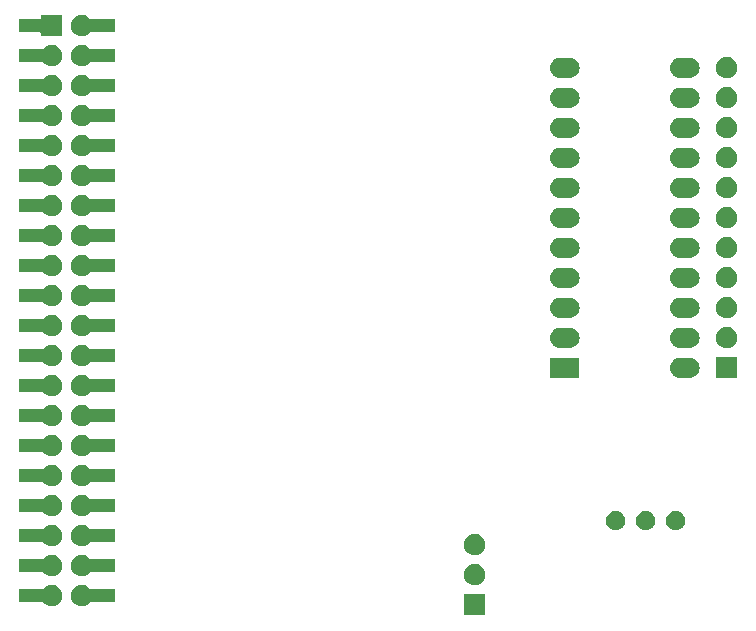
<source format=gbs>
G04 #@! TF.GenerationSoftware,KiCad,Pcbnew,5.1.5*
G04 #@! TF.CreationDate,2020-02-08T16:24:26+09:00*
G04 #@! TF.ProjectId,linearccd,6c696e65-6172-4636-9364-2e6b69636164,rev?*
G04 #@! TF.SameCoordinates,Original*
G04 #@! TF.FileFunction,Soldermask,Bot*
G04 #@! TF.FilePolarity,Negative*
%FSLAX46Y46*%
G04 Gerber Fmt 4.6, Leading zero omitted, Abs format (unit mm)*
G04 Created by KiCad (PCBNEW 5.1.5) date 2020-02-08 16:24:26*
%MOMM*%
%LPD*%
G04 APERTURE LIST*
%ADD10C,0.100000*%
G04 APERTURE END LIST*
D10*
G36*
X138315000Y-131203000D02*
G01*
X136513000Y-131203000D01*
X136513000Y-129401000D01*
X138315000Y-129401000D01*
X138315000Y-131203000D01*
G37*
G36*
X104253512Y-128643927D02*
G01*
X104402812Y-128673624D01*
X104566784Y-128741544D01*
X104714354Y-128840147D01*
X104826605Y-128952398D01*
X104845536Y-128967934D01*
X104867147Y-128979485D01*
X104890596Y-128986598D01*
X104914982Y-128989000D01*
X106941000Y-128989000D01*
X106941000Y-130091000D01*
X104914982Y-130091000D01*
X104890596Y-130093402D01*
X104867147Y-130100515D01*
X104845536Y-130112066D01*
X104826605Y-130127602D01*
X104714354Y-130239853D01*
X104566784Y-130338456D01*
X104402812Y-130406376D01*
X104253512Y-130436073D01*
X104228742Y-130441000D01*
X104051258Y-130441000D01*
X104026488Y-130436073D01*
X103877188Y-130406376D01*
X103713216Y-130338456D01*
X103565646Y-130239853D01*
X103440147Y-130114354D01*
X103341544Y-129966784D01*
X103273624Y-129802812D01*
X103239000Y-129628741D01*
X103239000Y-129451259D01*
X103273624Y-129277188D01*
X103341544Y-129113216D01*
X103440147Y-128965646D01*
X103565646Y-128840147D01*
X103713216Y-128741544D01*
X103877188Y-128673624D01*
X104026488Y-128643927D01*
X104051258Y-128639000D01*
X104228742Y-128639000D01*
X104253512Y-128643927D01*
G37*
G36*
X101713512Y-128643927D02*
G01*
X101862812Y-128673624D01*
X102026784Y-128741544D01*
X102174354Y-128840147D01*
X102299853Y-128965646D01*
X102398456Y-129113216D01*
X102466376Y-129277188D01*
X102501000Y-129451259D01*
X102501000Y-129628741D01*
X102466376Y-129802812D01*
X102398456Y-129966784D01*
X102299853Y-130114354D01*
X102174354Y-130239853D01*
X102026784Y-130338456D01*
X101862812Y-130406376D01*
X101713512Y-130436073D01*
X101688742Y-130441000D01*
X101511258Y-130441000D01*
X101486488Y-130436073D01*
X101337188Y-130406376D01*
X101173216Y-130338456D01*
X101025646Y-130239853D01*
X100913395Y-130127602D01*
X100894464Y-130112066D01*
X100872853Y-130100515D01*
X100849404Y-130093402D01*
X100825018Y-130091000D01*
X98799000Y-130091000D01*
X98799000Y-128989000D01*
X100825018Y-128989000D01*
X100849404Y-128986598D01*
X100872853Y-128979485D01*
X100894464Y-128967934D01*
X100913395Y-128952398D01*
X101025646Y-128840147D01*
X101173216Y-128741544D01*
X101337188Y-128673624D01*
X101486488Y-128643927D01*
X101511258Y-128639000D01*
X101688742Y-128639000D01*
X101713512Y-128643927D01*
G37*
G36*
X137527512Y-126865927D02*
G01*
X137676812Y-126895624D01*
X137840784Y-126963544D01*
X137988354Y-127062147D01*
X138113853Y-127187646D01*
X138212456Y-127335216D01*
X138280376Y-127499188D01*
X138315000Y-127673259D01*
X138315000Y-127850741D01*
X138280376Y-128024812D01*
X138212456Y-128188784D01*
X138113853Y-128336354D01*
X137988354Y-128461853D01*
X137840784Y-128560456D01*
X137676812Y-128628376D01*
X137527512Y-128658073D01*
X137502742Y-128663000D01*
X137325258Y-128663000D01*
X137300488Y-128658073D01*
X137151188Y-128628376D01*
X136987216Y-128560456D01*
X136839646Y-128461853D01*
X136714147Y-128336354D01*
X136615544Y-128188784D01*
X136547624Y-128024812D01*
X136513000Y-127850741D01*
X136513000Y-127673259D01*
X136547624Y-127499188D01*
X136615544Y-127335216D01*
X136714147Y-127187646D01*
X136839646Y-127062147D01*
X136987216Y-126963544D01*
X137151188Y-126895624D01*
X137300488Y-126865927D01*
X137325258Y-126861000D01*
X137502742Y-126861000D01*
X137527512Y-126865927D01*
G37*
G36*
X101713512Y-126103927D02*
G01*
X101862812Y-126133624D01*
X102026784Y-126201544D01*
X102174354Y-126300147D01*
X102299853Y-126425646D01*
X102398456Y-126573216D01*
X102466376Y-126737188D01*
X102501000Y-126911259D01*
X102501000Y-127088741D01*
X102466376Y-127262812D01*
X102398456Y-127426784D01*
X102299853Y-127574354D01*
X102174354Y-127699853D01*
X102026784Y-127798456D01*
X101862812Y-127866376D01*
X101713512Y-127896073D01*
X101688742Y-127901000D01*
X101511258Y-127901000D01*
X101486488Y-127896073D01*
X101337188Y-127866376D01*
X101173216Y-127798456D01*
X101025646Y-127699853D01*
X100913395Y-127587602D01*
X100894464Y-127572066D01*
X100872853Y-127560515D01*
X100849404Y-127553402D01*
X100825018Y-127551000D01*
X98799000Y-127551000D01*
X98799000Y-126449000D01*
X100825018Y-126449000D01*
X100849404Y-126446598D01*
X100872853Y-126439485D01*
X100894464Y-126427934D01*
X100913395Y-126412398D01*
X101025646Y-126300147D01*
X101173216Y-126201544D01*
X101337188Y-126133624D01*
X101486488Y-126103927D01*
X101511258Y-126099000D01*
X101688742Y-126099000D01*
X101713512Y-126103927D01*
G37*
G36*
X104253512Y-126103927D02*
G01*
X104402812Y-126133624D01*
X104566784Y-126201544D01*
X104714354Y-126300147D01*
X104826605Y-126412398D01*
X104845536Y-126427934D01*
X104867147Y-126439485D01*
X104890596Y-126446598D01*
X104914982Y-126449000D01*
X106941000Y-126449000D01*
X106941000Y-127551000D01*
X104914982Y-127551000D01*
X104890596Y-127553402D01*
X104867147Y-127560515D01*
X104845536Y-127572066D01*
X104826605Y-127587602D01*
X104714354Y-127699853D01*
X104566784Y-127798456D01*
X104402812Y-127866376D01*
X104253512Y-127896073D01*
X104228742Y-127901000D01*
X104051258Y-127901000D01*
X104026488Y-127896073D01*
X103877188Y-127866376D01*
X103713216Y-127798456D01*
X103565646Y-127699853D01*
X103440147Y-127574354D01*
X103341544Y-127426784D01*
X103273624Y-127262812D01*
X103239000Y-127088741D01*
X103239000Y-126911259D01*
X103273624Y-126737188D01*
X103341544Y-126573216D01*
X103440147Y-126425646D01*
X103565646Y-126300147D01*
X103713216Y-126201544D01*
X103877188Y-126133624D01*
X104026488Y-126103927D01*
X104051258Y-126099000D01*
X104228742Y-126099000D01*
X104253512Y-126103927D01*
G37*
G36*
X137527512Y-124325927D02*
G01*
X137676812Y-124355624D01*
X137840784Y-124423544D01*
X137988354Y-124522147D01*
X138113853Y-124647646D01*
X138212456Y-124795216D01*
X138280376Y-124959188D01*
X138315000Y-125133259D01*
X138315000Y-125310741D01*
X138280376Y-125484812D01*
X138212456Y-125648784D01*
X138113853Y-125796354D01*
X137988354Y-125921853D01*
X137840784Y-126020456D01*
X137676812Y-126088376D01*
X137527512Y-126118073D01*
X137502742Y-126123000D01*
X137325258Y-126123000D01*
X137300488Y-126118073D01*
X137151188Y-126088376D01*
X136987216Y-126020456D01*
X136839646Y-125921853D01*
X136714147Y-125796354D01*
X136615544Y-125648784D01*
X136547624Y-125484812D01*
X136513000Y-125310741D01*
X136513000Y-125133259D01*
X136547624Y-124959188D01*
X136615544Y-124795216D01*
X136714147Y-124647646D01*
X136839646Y-124522147D01*
X136987216Y-124423544D01*
X137151188Y-124355624D01*
X137300488Y-124325927D01*
X137325258Y-124321000D01*
X137502742Y-124321000D01*
X137527512Y-124325927D01*
G37*
G36*
X101713512Y-123563927D02*
G01*
X101862812Y-123593624D01*
X102026784Y-123661544D01*
X102174354Y-123760147D01*
X102299853Y-123885646D01*
X102398456Y-124033216D01*
X102466376Y-124197188D01*
X102501000Y-124371259D01*
X102501000Y-124548741D01*
X102466376Y-124722812D01*
X102398456Y-124886784D01*
X102299853Y-125034354D01*
X102174354Y-125159853D01*
X102026784Y-125258456D01*
X101862812Y-125326376D01*
X101713512Y-125356073D01*
X101688742Y-125361000D01*
X101511258Y-125361000D01*
X101486488Y-125356073D01*
X101337188Y-125326376D01*
X101173216Y-125258456D01*
X101025646Y-125159853D01*
X100913395Y-125047602D01*
X100894464Y-125032066D01*
X100872853Y-125020515D01*
X100849404Y-125013402D01*
X100825018Y-125011000D01*
X98799000Y-125011000D01*
X98799000Y-123909000D01*
X100825018Y-123909000D01*
X100849404Y-123906598D01*
X100872853Y-123899485D01*
X100894464Y-123887934D01*
X100913395Y-123872398D01*
X101025646Y-123760147D01*
X101173216Y-123661544D01*
X101337188Y-123593624D01*
X101486488Y-123563927D01*
X101511258Y-123559000D01*
X101688742Y-123559000D01*
X101713512Y-123563927D01*
G37*
G36*
X104253512Y-123563927D02*
G01*
X104402812Y-123593624D01*
X104566784Y-123661544D01*
X104714354Y-123760147D01*
X104826605Y-123872398D01*
X104845536Y-123887934D01*
X104867147Y-123899485D01*
X104890596Y-123906598D01*
X104914982Y-123909000D01*
X106941000Y-123909000D01*
X106941000Y-125011000D01*
X104914982Y-125011000D01*
X104890596Y-125013402D01*
X104867147Y-125020515D01*
X104845536Y-125032066D01*
X104826605Y-125047602D01*
X104714354Y-125159853D01*
X104566784Y-125258456D01*
X104402812Y-125326376D01*
X104253512Y-125356073D01*
X104228742Y-125361000D01*
X104051258Y-125361000D01*
X104026488Y-125356073D01*
X103877188Y-125326376D01*
X103713216Y-125258456D01*
X103565646Y-125159853D01*
X103440147Y-125034354D01*
X103341544Y-124886784D01*
X103273624Y-124722812D01*
X103239000Y-124548741D01*
X103239000Y-124371259D01*
X103273624Y-124197188D01*
X103341544Y-124033216D01*
X103440147Y-123885646D01*
X103565646Y-123760147D01*
X103713216Y-123661544D01*
X103877188Y-123593624D01*
X104026488Y-123563927D01*
X104051258Y-123559000D01*
X104228742Y-123559000D01*
X104253512Y-123563927D01*
G37*
G36*
X154669142Y-122408242D02*
G01*
X154817101Y-122469529D01*
X154950255Y-122558499D01*
X155063501Y-122671745D01*
X155152471Y-122804899D01*
X155213758Y-122952858D01*
X155245000Y-123109925D01*
X155245000Y-123270075D01*
X155213758Y-123427142D01*
X155152471Y-123575101D01*
X155063501Y-123708255D01*
X154950255Y-123821501D01*
X154817101Y-123910471D01*
X154669142Y-123971758D01*
X154512075Y-124003000D01*
X154351925Y-124003000D01*
X154194858Y-123971758D01*
X154046899Y-123910471D01*
X153913745Y-123821501D01*
X153800499Y-123708255D01*
X153711529Y-123575101D01*
X153650242Y-123427142D01*
X153619000Y-123270075D01*
X153619000Y-123109925D01*
X153650242Y-122952858D01*
X153711529Y-122804899D01*
X153800499Y-122671745D01*
X153913745Y-122558499D01*
X154046899Y-122469529D01*
X154194858Y-122408242D01*
X154351925Y-122377000D01*
X154512075Y-122377000D01*
X154669142Y-122408242D01*
G37*
G36*
X149589142Y-122408242D02*
G01*
X149737101Y-122469529D01*
X149870255Y-122558499D01*
X149983501Y-122671745D01*
X150072471Y-122804899D01*
X150133758Y-122952858D01*
X150165000Y-123109925D01*
X150165000Y-123270075D01*
X150133758Y-123427142D01*
X150072471Y-123575101D01*
X149983501Y-123708255D01*
X149870255Y-123821501D01*
X149737101Y-123910471D01*
X149589142Y-123971758D01*
X149432075Y-124003000D01*
X149271925Y-124003000D01*
X149114858Y-123971758D01*
X148966899Y-123910471D01*
X148833745Y-123821501D01*
X148720499Y-123708255D01*
X148631529Y-123575101D01*
X148570242Y-123427142D01*
X148539000Y-123270075D01*
X148539000Y-123109925D01*
X148570242Y-122952858D01*
X148631529Y-122804899D01*
X148720499Y-122671745D01*
X148833745Y-122558499D01*
X148966899Y-122469529D01*
X149114858Y-122408242D01*
X149271925Y-122377000D01*
X149432075Y-122377000D01*
X149589142Y-122408242D01*
G37*
G36*
X152129142Y-122408242D02*
G01*
X152277101Y-122469529D01*
X152410255Y-122558499D01*
X152523501Y-122671745D01*
X152612471Y-122804899D01*
X152673758Y-122952858D01*
X152705000Y-123109925D01*
X152705000Y-123270075D01*
X152673758Y-123427142D01*
X152612471Y-123575101D01*
X152523501Y-123708255D01*
X152410255Y-123821501D01*
X152277101Y-123910471D01*
X152129142Y-123971758D01*
X151972075Y-124003000D01*
X151811925Y-124003000D01*
X151654858Y-123971758D01*
X151506899Y-123910471D01*
X151373745Y-123821501D01*
X151260499Y-123708255D01*
X151171529Y-123575101D01*
X151110242Y-123427142D01*
X151079000Y-123270075D01*
X151079000Y-123109925D01*
X151110242Y-122952858D01*
X151171529Y-122804899D01*
X151260499Y-122671745D01*
X151373745Y-122558499D01*
X151506899Y-122469529D01*
X151654858Y-122408242D01*
X151811925Y-122377000D01*
X151972075Y-122377000D01*
X152129142Y-122408242D01*
G37*
G36*
X104253512Y-121023927D02*
G01*
X104402812Y-121053624D01*
X104566784Y-121121544D01*
X104714354Y-121220147D01*
X104826605Y-121332398D01*
X104845536Y-121347934D01*
X104867147Y-121359485D01*
X104890596Y-121366598D01*
X104914982Y-121369000D01*
X106941000Y-121369000D01*
X106941000Y-122471000D01*
X104914982Y-122471000D01*
X104890596Y-122473402D01*
X104867147Y-122480515D01*
X104845536Y-122492066D01*
X104826605Y-122507602D01*
X104714354Y-122619853D01*
X104566784Y-122718456D01*
X104402812Y-122786376D01*
X104253512Y-122816073D01*
X104228742Y-122821000D01*
X104051258Y-122821000D01*
X104026488Y-122816073D01*
X103877188Y-122786376D01*
X103713216Y-122718456D01*
X103565646Y-122619853D01*
X103440147Y-122494354D01*
X103341544Y-122346784D01*
X103273624Y-122182812D01*
X103239000Y-122008741D01*
X103239000Y-121831259D01*
X103273624Y-121657188D01*
X103341544Y-121493216D01*
X103440147Y-121345646D01*
X103565646Y-121220147D01*
X103713216Y-121121544D01*
X103877188Y-121053624D01*
X104026488Y-121023927D01*
X104051258Y-121019000D01*
X104228742Y-121019000D01*
X104253512Y-121023927D01*
G37*
G36*
X101713512Y-121023927D02*
G01*
X101862812Y-121053624D01*
X102026784Y-121121544D01*
X102174354Y-121220147D01*
X102299853Y-121345646D01*
X102398456Y-121493216D01*
X102466376Y-121657188D01*
X102501000Y-121831259D01*
X102501000Y-122008741D01*
X102466376Y-122182812D01*
X102398456Y-122346784D01*
X102299853Y-122494354D01*
X102174354Y-122619853D01*
X102026784Y-122718456D01*
X101862812Y-122786376D01*
X101713512Y-122816073D01*
X101688742Y-122821000D01*
X101511258Y-122821000D01*
X101486488Y-122816073D01*
X101337188Y-122786376D01*
X101173216Y-122718456D01*
X101025646Y-122619853D01*
X100913395Y-122507602D01*
X100894464Y-122492066D01*
X100872853Y-122480515D01*
X100849404Y-122473402D01*
X100825018Y-122471000D01*
X98799000Y-122471000D01*
X98799000Y-121369000D01*
X100825018Y-121369000D01*
X100849404Y-121366598D01*
X100872853Y-121359485D01*
X100894464Y-121347934D01*
X100913395Y-121332398D01*
X101025646Y-121220147D01*
X101173216Y-121121544D01*
X101337188Y-121053624D01*
X101486488Y-121023927D01*
X101511258Y-121019000D01*
X101688742Y-121019000D01*
X101713512Y-121023927D01*
G37*
G36*
X104253512Y-118483927D02*
G01*
X104402812Y-118513624D01*
X104566784Y-118581544D01*
X104714354Y-118680147D01*
X104826605Y-118792398D01*
X104845536Y-118807934D01*
X104867147Y-118819485D01*
X104890596Y-118826598D01*
X104914982Y-118829000D01*
X106941000Y-118829000D01*
X106941000Y-119931000D01*
X104914982Y-119931000D01*
X104890596Y-119933402D01*
X104867147Y-119940515D01*
X104845536Y-119952066D01*
X104826605Y-119967602D01*
X104714354Y-120079853D01*
X104566784Y-120178456D01*
X104402812Y-120246376D01*
X104253512Y-120276073D01*
X104228742Y-120281000D01*
X104051258Y-120281000D01*
X104026488Y-120276073D01*
X103877188Y-120246376D01*
X103713216Y-120178456D01*
X103565646Y-120079853D01*
X103440147Y-119954354D01*
X103341544Y-119806784D01*
X103273624Y-119642812D01*
X103239000Y-119468741D01*
X103239000Y-119291259D01*
X103273624Y-119117188D01*
X103341544Y-118953216D01*
X103440147Y-118805646D01*
X103565646Y-118680147D01*
X103713216Y-118581544D01*
X103877188Y-118513624D01*
X104026488Y-118483927D01*
X104051258Y-118479000D01*
X104228742Y-118479000D01*
X104253512Y-118483927D01*
G37*
G36*
X101713512Y-118483927D02*
G01*
X101862812Y-118513624D01*
X102026784Y-118581544D01*
X102174354Y-118680147D01*
X102299853Y-118805646D01*
X102398456Y-118953216D01*
X102466376Y-119117188D01*
X102501000Y-119291259D01*
X102501000Y-119468741D01*
X102466376Y-119642812D01*
X102398456Y-119806784D01*
X102299853Y-119954354D01*
X102174354Y-120079853D01*
X102026784Y-120178456D01*
X101862812Y-120246376D01*
X101713512Y-120276073D01*
X101688742Y-120281000D01*
X101511258Y-120281000D01*
X101486488Y-120276073D01*
X101337188Y-120246376D01*
X101173216Y-120178456D01*
X101025646Y-120079853D01*
X100913395Y-119967602D01*
X100894464Y-119952066D01*
X100872853Y-119940515D01*
X100849404Y-119933402D01*
X100825018Y-119931000D01*
X98799000Y-119931000D01*
X98799000Y-118829000D01*
X100825018Y-118829000D01*
X100849404Y-118826598D01*
X100872853Y-118819485D01*
X100894464Y-118807934D01*
X100913395Y-118792398D01*
X101025646Y-118680147D01*
X101173216Y-118581544D01*
X101337188Y-118513624D01*
X101486488Y-118483927D01*
X101511258Y-118479000D01*
X101688742Y-118479000D01*
X101713512Y-118483927D01*
G37*
G36*
X101713512Y-115943927D02*
G01*
X101862812Y-115973624D01*
X102026784Y-116041544D01*
X102174354Y-116140147D01*
X102299853Y-116265646D01*
X102398456Y-116413216D01*
X102466376Y-116577188D01*
X102501000Y-116751259D01*
X102501000Y-116928741D01*
X102466376Y-117102812D01*
X102398456Y-117266784D01*
X102299853Y-117414354D01*
X102174354Y-117539853D01*
X102026784Y-117638456D01*
X101862812Y-117706376D01*
X101713512Y-117736073D01*
X101688742Y-117741000D01*
X101511258Y-117741000D01*
X101486488Y-117736073D01*
X101337188Y-117706376D01*
X101173216Y-117638456D01*
X101025646Y-117539853D01*
X100913395Y-117427602D01*
X100894464Y-117412066D01*
X100872853Y-117400515D01*
X100849404Y-117393402D01*
X100825018Y-117391000D01*
X98799000Y-117391000D01*
X98799000Y-116289000D01*
X100825018Y-116289000D01*
X100849404Y-116286598D01*
X100872853Y-116279485D01*
X100894464Y-116267934D01*
X100913395Y-116252398D01*
X101025646Y-116140147D01*
X101173216Y-116041544D01*
X101337188Y-115973624D01*
X101486488Y-115943927D01*
X101511258Y-115939000D01*
X101688742Y-115939000D01*
X101713512Y-115943927D01*
G37*
G36*
X104253512Y-115943927D02*
G01*
X104402812Y-115973624D01*
X104566784Y-116041544D01*
X104714354Y-116140147D01*
X104826605Y-116252398D01*
X104845536Y-116267934D01*
X104867147Y-116279485D01*
X104890596Y-116286598D01*
X104914982Y-116289000D01*
X106941000Y-116289000D01*
X106941000Y-117391000D01*
X104914982Y-117391000D01*
X104890596Y-117393402D01*
X104867147Y-117400515D01*
X104845536Y-117412066D01*
X104826605Y-117427602D01*
X104714354Y-117539853D01*
X104566784Y-117638456D01*
X104402812Y-117706376D01*
X104253512Y-117736073D01*
X104228742Y-117741000D01*
X104051258Y-117741000D01*
X104026488Y-117736073D01*
X103877188Y-117706376D01*
X103713216Y-117638456D01*
X103565646Y-117539853D01*
X103440147Y-117414354D01*
X103341544Y-117266784D01*
X103273624Y-117102812D01*
X103239000Y-116928741D01*
X103239000Y-116751259D01*
X103273624Y-116577188D01*
X103341544Y-116413216D01*
X103440147Y-116265646D01*
X103565646Y-116140147D01*
X103713216Y-116041544D01*
X103877188Y-115973624D01*
X104026488Y-115943927D01*
X104051258Y-115939000D01*
X104228742Y-115939000D01*
X104253512Y-115943927D01*
G37*
G36*
X101713512Y-113403927D02*
G01*
X101862812Y-113433624D01*
X102026784Y-113501544D01*
X102174354Y-113600147D01*
X102299853Y-113725646D01*
X102398456Y-113873216D01*
X102466376Y-114037188D01*
X102501000Y-114211259D01*
X102501000Y-114388741D01*
X102466376Y-114562812D01*
X102398456Y-114726784D01*
X102299853Y-114874354D01*
X102174354Y-114999853D01*
X102026784Y-115098456D01*
X101862812Y-115166376D01*
X101713512Y-115196073D01*
X101688742Y-115201000D01*
X101511258Y-115201000D01*
X101486488Y-115196073D01*
X101337188Y-115166376D01*
X101173216Y-115098456D01*
X101025646Y-114999853D01*
X100913395Y-114887602D01*
X100894464Y-114872066D01*
X100872853Y-114860515D01*
X100849404Y-114853402D01*
X100825018Y-114851000D01*
X98799000Y-114851000D01*
X98799000Y-113749000D01*
X100825018Y-113749000D01*
X100849404Y-113746598D01*
X100872853Y-113739485D01*
X100894464Y-113727934D01*
X100913395Y-113712398D01*
X101025646Y-113600147D01*
X101173216Y-113501544D01*
X101337188Y-113433624D01*
X101486488Y-113403927D01*
X101511258Y-113399000D01*
X101688742Y-113399000D01*
X101713512Y-113403927D01*
G37*
G36*
X104253512Y-113403927D02*
G01*
X104402812Y-113433624D01*
X104566784Y-113501544D01*
X104714354Y-113600147D01*
X104826605Y-113712398D01*
X104845536Y-113727934D01*
X104867147Y-113739485D01*
X104890596Y-113746598D01*
X104914982Y-113749000D01*
X106941000Y-113749000D01*
X106941000Y-114851000D01*
X104914982Y-114851000D01*
X104890596Y-114853402D01*
X104867147Y-114860515D01*
X104845536Y-114872066D01*
X104826605Y-114887602D01*
X104714354Y-114999853D01*
X104566784Y-115098456D01*
X104402812Y-115166376D01*
X104253512Y-115196073D01*
X104228742Y-115201000D01*
X104051258Y-115201000D01*
X104026488Y-115196073D01*
X103877188Y-115166376D01*
X103713216Y-115098456D01*
X103565646Y-114999853D01*
X103440147Y-114874354D01*
X103341544Y-114726784D01*
X103273624Y-114562812D01*
X103239000Y-114388741D01*
X103239000Y-114211259D01*
X103273624Y-114037188D01*
X103341544Y-113873216D01*
X103440147Y-113725646D01*
X103565646Y-113600147D01*
X103713216Y-113501544D01*
X103877188Y-113433624D01*
X104026488Y-113403927D01*
X104051258Y-113399000D01*
X104228742Y-113399000D01*
X104253512Y-113403927D01*
G37*
G36*
X101713512Y-110863927D02*
G01*
X101862812Y-110893624D01*
X102026784Y-110961544D01*
X102174354Y-111060147D01*
X102299853Y-111185646D01*
X102398456Y-111333216D01*
X102466376Y-111497188D01*
X102501000Y-111671259D01*
X102501000Y-111848741D01*
X102466376Y-112022812D01*
X102398456Y-112186784D01*
X102299853Y-112334354D01*
X102174354Y-112459853D01*
X102026784Y-112558456D01*
X101862812Y-112626376D01*
X101713512Y-112656073D01*
X101688742Y-112661000D01*
X101511258Y-112661000D01*
X101486488Y-112656073D01*
X101337188Y-112626376D01*
X101173216Y-112558456D01*
X101025646Y-112459853D01*
X100913395Y-112347602D01*
X100894464Y-112332066D01*
X100872853Y-112320515D01*
X100849404Y-112313402D01*
X100825018Y-112311000D01*
X98799000Y-112311000D01*
X98799000Y-111209000D01*
X100825018Y-111209000D01*
X100849404Y-111206598D01*
X100872853Y-111199485D01*
X100894464Y-111187934D01*
X100913395Y-111172398D01*
X101025646Y-111060147D01*
X101173216Y-110961544D01*
X101337188Y-110893624D01*
X101486488Y-110863927D01*
X101511258Y-110859000D01*
X101688742Y-110859000D01*
X101713512Y-110863927D01*
G37*
G36*
X104253512Y-110863927D02*
G01*
X104402812Y-110893624D01*
X104566784Y-110961544D01*
X104714354Y-111060147D01*
X104826605Y-111172398D01*
X104845536Y-111187934D01*
X104867147Y-111199485D01*
X104890596Y-111206598D01*
X104914982Y-111209000D01*
X106941000Y-111209000D01*
X106941000Y-112311000D01*
X104914982Y-112311000D01*
X104890596Y-112313402D01*
X104867147Y-112320515D01*
X104845536Y-112332066D01*
X104826605Y-112347602D01*
X104714354Y-112459853D01*
X104566784Y-112558456D01*
X104402812Y-112626376D01*
X104253512Y-112656073D01*
X104228742Y-112661000D01*
X104051258Y-112661000D01*
X104026488Y-112656073D01*
X103877188Y-112626376D01*
X103713216Y-112558456D01*
X103565646Y-112459853D01*
X103440147Y-112334354D01*
X103341544Y-112186784D01*
X103273624Y-112022812D01*
X103239000Y-111848741D01*
X103239000Y-111671259D01*
X103273624Y-111497188D01*
X103341544Y-111333216D01*
X103440147Y-111185646D01*
X103565646Y-111060147D01*
X103713216Y-110961544D01*
X103877188Y-110893624D01*
X104026488Y-110863927D01*
X104051258Y-110859000D01*
X104228742Y-110859000D01*
X104253512Y-110863927D01*
G37*
G36*
X159651000Y-111137000D02*
G01*
X157849000Y-111137000D01*
X157849000Y-109335000D01*
X159651000Y-109335000D01*
X159651000Y-111137000D01*
G37*
G36*
X155760823Y-109397313D02*
G01*
X155921242Y-109445976D01*
X155990155Y-109482811D01*
X156069078Y-109524996D01*
X156198659Y-109631341D01*
X156305004Y-109760922D01*
X156305005Y-109760924D01*
X156384024Y-109908758D01*
X156432687Y-110069177D01*
X156449117Y-110236000D01*
X156432687Y-110402823D01*
X156384024Y-110563242D01*
X156313114Y-110695906D01*
X156305004Y-110711078D01*
X156198659Y-110840659D01*
X156069078Y-110947004D01*
X156069076Y-110947005D01*
X155921242Y-111026024D01*
X155760823Y-111074687D01*
X155635804Y-111087000D01*
X154752196Y-111087000D01*
X154627177Y-111074687D01*
X154466758Y-111026024D01*
X154318924Y-110947005D01*
X154318922Y-110947004D01*
X154189341Y-110840659D01*
X154082996Y-110711078D01*
X154074886Y-110695906D01*
X154003976Y-110563242D01*
X153955313Y-110402823D01*
X153938883Y-110236000D01*
X153955313Y-110069177D01*
X154003976Y-109908758D01*
X154082995Y-109760924D01*
X154082996Y-109760922D01*
X154189341Y-109631341D01*
X154318922Y-109524996D01*
X154397845Y-109482811D01*
X154466758Y-109445976D01*
X154627177Y-109397313D01*
X154752196Y-109385000D01*
X155635804Y-109385000D01*
X155760823Y-109397313D01*
G37*
G36*
X146285000Y-111087000D02*
G01*
X143783000Y-111087000D01*
X143783000Y-109385000D01*
X146285000Y-109385000D01*
X146285000Y-111087000D01*
G37*
G36*
X101713512Y-108323927D02*
G01*
X101862812Y-108353624D01*
X102026784Y-108421544D01*
X102174354Y-108520147D01*
X102299853Y-108645646D01*
X102398456Y-108793216D01*
X102466376Y-108957188D01*
X102501000Y-109131259D01*
X102501000Y-109308741D01*
X102466376Y-109482812D01*
X102398456Y-109646784D01*
X102299853Y-109794354D01*
X102174354Y-109919853D01*
X102026784Y-110018456D01*
X101862812Y-110086376D01*
X101713512Y-110116073D01*
X101688742Y-110121000D01*
X101511258Y-110121000D01*
X101486488Y-110116073D01*
X101337188Y-110086376D01*
X101173216Y-110018456D01*
X101025646Y-109919853D01*
X100913395Y-109807602D01*
X100894464Y-109792066D01*
X100872853Y-109780515D01*
X100849404Y-109773402D01*
X100825018Y-109771000D01*
X98799000Y-109771000D01*
X98799000Y-108669000D01*
X100825018Y-108669000D01*
X100849404Y-108666598D01*
X100872853Y-108659485D01*
X100894464Y-108647934D01*
X100913395Y-108632398D01*
X101025646Y-108520147D01*
X101173216Y-108421544D01*
X101337188Y-108353624D01*
X101486488Y-108323927D01*
X101511258Y-108319000D01*
X101688742Y-108319000D01*
X101713512Y-108323927D01*
G37*
G36*
X104253512Y-108323927D02*
G01*
X104402812Y-108353624D01*
X104566784Y-108421544D01*
X104714354Y-108520147D01*
X104826605Y-108632398D01*
X104845536Y-108647934D01*
X104867147Y-108659485D01*
X104890596Y-108666598D01*
X104914982Y-108669000D01*
X106941000Y-108669000D01*
X106941000Y-109771000D01*
X104914982Y-109771000D01*
X104890596Y-109773402D01*
X104867147Y-109780515D01*
X104845536Y-109792066D01*
X104826605Y-109807602D01*
X104714354Y-109919853D01*
X104566784Y-110018456D01*
X104402812Y-110086376D01*
X104253512Y-110116073D01*
X104228742Y-110121000D01*
X104051258Y-110121000D01*
X104026488Y-110116073D01*
X103877188Y-110086376D01*
X103713216Y-110018456D01*
X103565646Y-109919853D01*
X103440147Y-109794354D01*
X103341544Y-109646784D01*
X103273624Y-109482812D01*
X103239000Y-109308741D01*
X103239000Y-109131259D01*
X103273624Y-108957188D01*
X103341544Y-108793216D01*
X103440147Y-108645646D01*
X103565646Y-108520147D01*
X103713216Y-108421544D01*
X103877188Y-108353624D01*
X104026488Y-108323927D01*
X104051258Y-108319000D01*
X104228742Y-108319000D01*
X104253512Y-108323927D01*
G37*
G36*
X158863512Y-106799927D02*
G01*
X159012812Y-106829624D01*
X159176784Y-106897544D01*
X159324354Y-106996147D01*
X159449853Y-107121646D01*
X159548456Y-107269216D01*
X159616376Y-107433188D01*
X159651000Y-107607259D01*
X159651000Y-107784741D01*
X159616376Y-107958812D01*
X159548456Y-108122784D01*
X159449853Y-108270354D01*
X159324354Y-108395853D01*
X159176784Y-108494456D01*
X159012812Y-108562376D01*
X158863512Y-108592073D01*
X158838742Y-108597000D01*
X158661258Y-108597000D01*
X158636488Y-108592073D01*
X158487188Y-108562376D01*
X158323216Y-108494456D01*
X158175646Y-108395853D01*
X158050147Y-108270354D01*
X157951544Y-108122784D01*
X157883624Y-107958812D01*
X157849000Y-107784741D01*
X157849000Y-107607259D01*
X157883624Y-107433188D01*
X157951544Y-107269216D01*
X158050147Y-107121646D01*
X158175646Y-106996147D01*
X158323216Y-106897544D01*
X158487188Y-106829624D01*
X158636488Y-106799927D01*
X158661258Y-106795000D01*
X158838742Y-106795000D01*
X158863512Y-106799927D01*
G37*
G36*
X145600823Y-106857313D02*
G01*
X145761242Y-106905976D01*
X145830155Y-106942811D01*
X145909078Y-106984996D01*
X146038659Y-107091341D01*
X146145004Y-107220922D01*
X146145005Y-107220924D01*
X146224024Y-107368758D01*
X146272687Y-107529177D01*
X146289117Y-107696000D01*
X146272687Y-107862823D01*
X146224024Y-108023242D01*
X146153114Y-108155906D01*
X146145004Y-108171078D01*
X146038659Y-108300659D01*
X145909078Y-108407004D01*
X145909076Y-108407005D01*
X145761242Y-108486024D01*
X145600823Y-108534687D01*
X145475804Y-108547000D01*
X144592196Y-108547000D01*
X144467177Y-108534687D01*
X144306758Y-108486024D01*
X144158924Y-108407005D01*
X144158922Y-108407004D01*
X144029341Y-108300659D01*
X143922996Y-108171078D01*
X143914886Y-108155906D01*
X143843976Y-108023242D01*
X143795313Y-107862823D01*
X143778883Y-107696000D01*
X143795313Y-107529177D01*
X143843976Y-107368758D01*
X143922995Y-107220924D01*
X143922996Y-107220922D01*
X144029341Y-107091341D01*
X144158922Y-106984996D01*
X144237845Y-106942811D01*
X144306758Y-106905976D01*
X144467177Y-106857313D01*
X144592196Y-106845000D01*
X145475804Y-106845000D01*
X145600823Y-106857313D01*
G37*
G36*
X155760823Y-106857313D02*
G01*
X155921242Y-106905976D01*
X155990155Y-106942811D01*
X156069078Y-106984996D01*
X156198659Y-107091341D01*
X156305004Y-107220922D01*
X156305005Y-107220924D01*
X156384024Y-107368758D01*
X156432687Y-107529177D01*
X156449117Y-107696000D01*
X156432687Y-107862823D01*
X156384024Y-108023242D01*
X156313114Y-108155906D01*
X156305004Y-108171078D01*
X156198659Y-108300659D01*
X156069078Y-108407004D01*
X156069076Y-108407005D01*
X155921242Y-108486024D01*
X155760823Y-108534687D01*
X155635804Y-108547000D01*
X154752196Y-108547000D01*
X154627177Y-108534687D01*
X154466758Y-108486024D01*
X154318924Y-108407005D01*
X154318922Y-108407004D01*
X154189341Y-108300659D01*
X154082996Y-108171078D01*
X154074886Y-108155906D01*
X154003976Y-108023242D01*
X153955313Y-107862823D01*
X153938883Y-107696000D01*
X153955313Y-107529177D01*
X154003976Y-107368758D01*
X154082995Y-107220924D01*
X154082996Y-107220922D01*
X154189341Y-107091341D01*
X154318922Y-106984996D01*
X154397845Y-106942811D01*
X154466758Y-106905976D01*
X154627177Y-106857313D01*
X154752196Y-106845000D01*
X155635804Y-106845000D01*
X155760823Y-106857313D01*
G37*
G36*
X104253512Y-105783927D02*
G01*
X104402812Y-105813624D01*
X104566784Y-105881544D01*
X104714354Y-105980147D01*
X104826605Y-106092398D01*
X104845536Y-106107934D01*
X104867147Y-106119485D01*
X104890596Y-106126598D01*
X104914982Y-106129000D01*
X106941000Y-106129000D01*
X106941000Y-107231000D01*
X104914982Y-107231000D01*
X104890596Y-107233402D01*
X104867147Y-107240515D01*
X104845536Y-107252066D01*
X104826605Y-107267602D01*
X104714354Y-107379853D01*
X104566784Y-107478456D01*
X104402812Y-107546376D01*
X104253512Y-107576073D01*
X104228742Y-107581000D01*
X104051258Y-107581000D01*
X104026488Y-107576073D01*
X103877188Y-107546376D01*
X103713216Y-107478456D01*
X103565646Y-107379853D01*
X103440147Y-107254354D01*
X103341544Y-107106784D01*
X103273624Y-106942812D01*
X103239000Y-106768741D01*
X103239000Y-106591259D01*
X103273624Y-106417188D01*
X103341544Y-106253216D01*
X103440147Y-106105646D01*
X103565646Y-105980147D01*
X103713216Y-105881544D01*
X103877188Y-105813624D01*
X104026488Y-105783927D01*
X104051258Y-105779000D01*
X104228742Y-105779000D01*
X104253512Y-105783927D01*
G37*
G36*
X101713512Y-105783927D02*
G01*
X101862812Y-105813624D01*
X102026784Y-105881544D01*
X102174354Y-105980147D01*
X102299853Y-106105646D01*
X102398456Y-106253216D01*
X102466376Y-106417188D01*
X102501000Y-106591259D01*
X102501000Y-106768741D01*
X102466376Y-106942812D01*
X102398456Y-107106784D01*
X102299853Y-107254354D01*
X102174354Y-107379853D01*
X102026784Y-107478456D01*
X101862812Y-107546376D01*
X101713512Y-107576073D01*
X101688742Y-107581000D01*
X101511258Y-107581000D01*
X101486488Y-107576073D01*
X101337188Y-107546376D01*
X101173216Y-107478456D01*
X101025646Y-107379853D01*
X100913395Y-107267602D01*
X100894464Y-107252066D01*
X100872853Y-107240515D01*
X100849404Y-107233402D01*
X100825018Y-107231000D01*
X98799000Y-107231000D01*
X98799000Y-106129000D01*
X100825018Y-106129000D01*
X100849404Y-106126598D01*
X100872853Y-106119485D01*
X100894464Y-106107934D01*
X100913395Y-106092398D01*
X101025646Y-105980147D01*
X101173216Y-105881544D01*
X101337188Y-105813624D01*
X101486488Y-105783927D01*
X101511258Y-105779000D01*
X101688742Y-105779000D01*
X101713512Y-105783927D01*
G37*
G36*
X158863512Y-104259927D02*
G01*
X159012812Y-104289624D01*
X159176784Y-104357544D01*
X159324354Y-104456147D01*
X159449853Y-104581646D01*
X159548456Y-104729216D01*
X159616376Y-104893188D01*
X159651000Y-105067259D01*
X159651000Y-105244741D01*
X159616376Y-105418812D01*
X159548456Y-105582784D01*
X159449853Y-105730354D01*
X159324354Y-105855853D01*
X159176784Y-105954456D01*
X159012812Y-106022376D01*
X158863512Y-106052073D01*
X158838742Y-106057000D01*
X158661258Y-106057000D01*
X158636488Y-106052073D01*
X158487188Y-106022376D01*
X158323216Y-105954456D01*
X158175646Y-105855853D01*
X158050147Y-105730354D01*
X157951544Y-105582784D01*
X157883624Y-105418812D01*
X157849000Y-105244741D01*
X157849000Y-105067259D01*
X157883624Y-104893188D01*
X157951544Y-104729216D01*
X158050147Y-104581646D01*
X158175646Y-104456147D01*
X158323216Y-104357544D01*
X158487188Y-104289624D01*
X158636488Y-104259927D01*
X158661258Y-104255000D01*
X158838742Y-104255000D01*
X158863512Y-104259927D01*
G37*
G36*
X145600823Y-104317313D02*
G01*
X145761242Y-104365976D01*
X145830155Y-104402811D01*
X145909078Y-104444996D01*
X146038659Y-104551341D01*
X146145004Y-104680922D01*
X146145005Y-104680924D01*
X146224024Y-104828758D01*
X146272687Y-104989177D01*
X146289117Y-105156000D01*
X146272687Y-105322823D01*
X146224024Y-105483242D01*
X146153114Y-105615906D01*
X146145004Y-105631078D01*
X146038659Y-105760659D01*
X145909078Y-105867004D01*
X145909076Y-105867005D01*
X145761242Y-105946024D01*
X145600823Y-105994687D01*
X145475804Y-106007000D01*
X144592196Y-106007000D01*
X144467177Y-105994687D01*
X144306758Y-105946024D01*
X144158924Y-105867005D01*
X144158922Y-105867004D01*
X144029341Y-105760659D01*
X143922996Y-105631078D01*
X143914886Y-105615906D01*
X143843976Y-105483242D01*
X143795313Y-105322823D01*
X143778883Y-105156000D01*
X143795313Y-104989177D01*
X143843976Y-104828758D01*
X143922995Y-104680924D01*
X143922996Y-104680922D01*
X144029341Y-104551341D01*
X144158922Y-104444996D01*
X144237845Y-104402811D01*
X144306758Y-104365976D01*
X144467177Y-104317313D01*
X144592196Y-104305000D01*
X145475804Y-104305000D01*
X145600823Y-104317313D01*
G37*
G36*
X155760823Y-104317313D02*
G01*
X155921242Y-104365976D01*
X155990155Y-104402811D01*
X156069078Y-104444996D01*
X156198659Y-104551341D01*
X156305004Y-104680922D01*
X156305005Y-104680924D01*
X156384024Y-104828758D01*
X156432687Y-104989177D01*
X156449117Y-105156000D01*
X156432687Y-105322823D01*
X156384024Y-105483242D01*
X156313114Y-105615906D01*
X156305004Y-105631078D01*
X156198659Y-105760659D01*
X156069078Y-105867004D01*
X156069076Y-105867005D01*
X155921242Y-105946024D01*
X155760823Y-105994687D01*
X155635804Y-106007000D01*
X154752196Y-106007000D01*
X154627177Y-105994687D01*
X154466758Y-105946024D01*
X154318924Y-105867005D01*
X154318922Y-105867004D01*
X154189341Y-105760659D01*
X154082996Y-105631078D01*
X154074886Y-105615906D01*
X154003976Y-105483242D01*
X153955313Y-105322823D01*
X153938883Y-105156000D01*
X153955313Y-104989177D01*
X154003976Y-104828758D01*
X154082995Y-104680924D01*
X154082996Y-104680922D01*
X154189341Y-104551341D01*
X154318922Y-104444996D01*
X154397845Y-104402811D01*
X154466758Y-104365976D01*
X154627177Y-104317313D01*
X154752196Y-104305000D01*
X155635804Y-104305000D01*
X155760823Y-104317313D01*
G37*
G36*
X101713512Y-103243927D02*
G01*
X101862812Y-103273624D01*
X102026784Y-103341544D01*
X102174354Y-103440147D01*
X102299853Y-103565646D01*
X102398456Y-103713216D01*
X102466376Y-103877188D01*
X102501000Y-104051259D01*
X102501000Y-104228741D01*
X102466376Y-104402812D01*
X102398456Y-104566784D01*
X102299853Y-104714354D01*
X102174354Y-104839853D01*
X102026784Y-104938456D01*
X101862812Y-105006376D01*
X101713512Y-105036073D01*
X101688742Y-105041000D01*
X101511258Y-105041000D01*
X101486488Y-105036073D01*
X101337188Y-105006376D01*
X101173216Y-104938456D01*
X101025646Y-104839853D01*
X100913395Y-104727602D01*
X100894464Y-104712066D01*
X100872853Y-104700515D01*
X100849404Y-104693402D01*
X100825018Y-104691000D01*
X98799000Y-104691000D01*
X98799000Y-103589000D01*
X100825018Y-103589000D01*
X100849404Y-103586598D01*
X100872853Y-103579485D01*
X100894464Y-103567934D01*
X100913395Y-103552398D01*
X101025646Y-103440147D01*
X101173216Y-103341544D01*
X101337188Y-103273624D01*
X101486488Y-103243927D01*
X101511258Y-103239000D01*
X101688742Y-103239000D01*
X101713512Y-103243927D01*
G37*
G36*
X104253512Y-103243927D02*
G01*
X104402812Y-103273624D01*
X104566784Y-103341544D01*
X104714354Y-103440147D01*
X104826605Y-103552398D01*
X104845536Y-103567934D01*
X104867147Y-103579485D01*
X104890596Y-103586598D01*
X104914982Y-103589000D01*
X106941000Y-103589000D01*
X106941000Y-104691000D01*
X104914982Y-104691000D01*
X104890596Y-104693402D01*
X104867147Y-104700515D01*
X104845536Y-104712066D01*
X104826605Y-104727602D01*
X104714354Y-104839853D01*
X104566784Y-104938456D01*
X104402812Y-105006376D01*
X104253512Y-105036073D01*
X104228742Y-105041000D01*
X104051258Y-105041000D01*
X104026488Y-105036073D01*
X103877188Y-105006376D01*
X103713216Y-104938456D01*
X103565646Y-104839853D01*
X103440147Y-104714354D01*
X103341544Y-104566784D01*
X103273624Y-104402812D01*
X103239000Y-104228741D01*
X103239000Y-104051259D01*
X103273624Y-103877188D01*
X103341544Y-103713216D01*
X103440147Y-103565646D01*
X103565646Y-103440147D01*
X103713216Y-103341544D01*
X103877188Y-103273624D01*
X104026488Y-103243927D01*
X104051258Y-103239000D01*
X104228742Y-103239000D01*
X104253512Y-103243927D01*
G37*
G36*
X158863512Y-101719927D02*
G01*
X159012812Y-101749624D01*
X159176784Y-101817544D01*
X159324354Y-101916147D01*
X159449853Y-102041646D01*
X159548456Y-102189216D01*
X159616376Y-102353188D01*
X159651000Y-102527259D01*
X159651000Y-102704741D01*
X159616376Y-102878812D01*
X159548456Y-103042784D01*
X159449853Y-103190354D01*
X159324354Y-103315853D01*
X159176784Y-103414456D01*
X159012812Y-103482376D01*
X158863512Y-103512073D01*
X158838742Y-103517000D01*
X158661258Y-103517000D01*
X158636488Y-103512073D01*
X158487188Y-103482376D01*
X158323216Y-103414456D01*
X158175646Y-103315853D01*
X158050147Y-103190354D01*
X157951544Y-103042784D01*
X157883624Y-102878812D01*
X157849000Y-102704741D01*
X157849000Y-102527259D01*
X157883624Y-102353188D01*
X157951544Y-102189216D01*
X158050147Y-102041646D01*
X158175646Y-101916147D01*
X158323216Y-101817544D01*
X158487188Y-101749624D01*
X158636488Y-101719927D01*
X158661258Y-101715000D01*
X158838742Y-101715000D01*
X158863512Y-101719927D01*
G37*
G36*
X155760823Y-101777313D02*
G01*
X155921242Y-101825976D01*
X155990155Y-101862811D01*
X156069078Y-101904996D01*
X156198659Y-102011341D01*
X156305004Y-102140922D01*
X156305005Y-102140924D01*
X156384024Y-102288758D01*
X156432687Y-102449177D01*
X156449117Y-102616000D01*
X156432687Y-102782823D01*
X156384024Y-102943242D01*
X156313114Y-103075906D01*
X156305004Y-103091078D01*
X156198659Y-103220659D01*
X156069078Y-103327004D01*
X156069076Y-103327005D01*
X155921242Y-103406024D01*
X155760823Y-103454687D01*
X155635804Y-103467000D01*
X154752196Y-103467000D01*
X154627177Y-103454687D01*
X154466758Y-103406024D01*
X154318924Y-103327005D01*
X154318922Y-103327004D01*
X154189341Y-103220659D01*
X154082996Y-103091078D01*
X154074886Y-103075906D01*
X154003976Y-102943242D01*
X153955313Y-102782823D01*
X153938883Y-102616000D01*
X153955313Y-102449177D01*
X154003976Y-102288758D01*
X154082995Y-102140924D01*
X154082996Y-102140922D01*
X154189341Y-102011341D01*
X154318922Y-101904996D01*
X154397845Y-101862811D01*
X154466758Y-101825976D01*
X154627177Y-101777313D01*
X154752196Y-101765000D01*
X155635804Y-101765000D01*
X155760823Y-101777313D01*
G37*
G36*
X145600823Y-101777313D02*
G01*
X145761242Y-101825976D01*
X145830155Y-101862811D01*
X145909078Y-101904996D01*
X146038659Y-102011341D01*
X146145004Y-102140922D01*
X146145005Y-102140924D01*
X146224024Y-102288758D01*
X146272687Y-102449177D01*
X146289117Y-102616000D01*
X146272687Y-102782823D01*
X146224024Y-102943242D01*
X146153114Y-103075906D01*
X146145004Y-103091078D01*
X146038659Y-103220659D01*
X145909078Y-103327004D01*
X145909076Y-103327005D01*
X145761242Y-103406024D01*
X145600823Y-103454687D01*
X145475804Y-103467000D01*
X144592196Y-103467000D01*
X144467177Y-103454687D01*
X144306758Y-103406024D01*
X144158924Y-103327005D01*
X144158922Y-103327004D01*
X144029341Y-103220659D01*
X143922996Y-103091078D01*
X143914886Y-103075906D01*
X143843976Y-102943242D01*
X143795313Y-102782823D01*
X143778883Y-102616000D01*
X143795313Y-102449177D01*
X143843976Y-102288758D01*
X143922995Y-102140924D01*
X143922996Y-102140922D01*
X144029341Y-102011341D01*
X144158922Y-101904996D01*
X144237845Y-101862811D01*
X144306758Y-101825976D01*
X144467177Y-101777313D01*
X144592196Y-101765000D01*
X145475804Y-101765000D01*
X145600823Y-101777313D01*
G37*
G36*
X104253512Y-100703927D02*
G01*
X104402812Y-100733624D01*
X104566784Y-100801544D01*
X104714354Y-100900147D01*
X104826605Y-101012398D01*
X104845536Y-101027934D01*
X104867147Y-101039485D01*
X104890596Y-101046598D01*
X104914982Y-101049000D01*
X106941000Y-101049000D01*
X106941000Y-102151000D01*
X104914982Y-102151000D01*
X104890596Y-102153402D01*
X104867147Y-102160515D01*
X104845536Y-102172066D01*
X104826605Y-102187602D01*
X104714354Y-102299853D01*
X104566784Y-102398456D01*
X104402812Y-102466376D01*
X104253512Y-102496073D01*
X104228742Y-102501000D01*
X104051258Y-102501000D01*
X104026488Y-102496073D01*
X103877188Y-102466376D01*
X103713216Y-102398456D01*
X103565646Y-102299853D01*
X103440147Y-102174354D01*
X103341544Y-102026784D01*
X103273624Y-101862812D01*
X103239000Y-101688741D01*
X103239000Y-101511259D01*
X103273624Y-101337188D01*
X103341544Y-101173216D01*
X103440147Y-101025646D01*
X103565646Y-100900147D01*
X103713216Y-100801544D01*
X103877188Y-100733624D01*
X104026488Y-100703927D01*
X104051258Y-100699000D01*
X104228742Y-100699000D01*
X104253512Y-100703927D01*
G37*
G36*
X101713512Y-100703927D02*
G01*
X101862812Y-100733624D01*
X102026784Y-100801544D01*
X102174354Y-100900147D01*
X102299853Y-101025646D01*
X102398456Y-101173216D01*
X102466376Y-101337188D01*
X102501000Y-101511259D01*
X102501000Y-101688741D01*
X102466376Y-101862812D01*
X102398456Y-102026784D01*
X102299853Y-102174354D01*
X102174354Y-102299853D01*
X102026784Y-102398456D01*
X101862812Y-102466376D01*
X101713512Y-102496073D01*
X101688742Y-102501000D01*
X101511258Y-102501000D01*
X101486488Y-102496073D01*
X101337188Y-102466376D01*
X101173216Y-102398456D01*
X101025646Y-102299853D01*
X100913395Y-102187602D01*
X100894464Y-102172066D01*
X100872853Y-102160515D01*
X100849404Y-102153402D01*
X100825018Y-102151000D01*
X98799000Y-102151000D01*
X98799000Y-101049000D01*
X100825018Y-101049000D01*
X100849404Y-101046598D01*
X100872853Y-101039485D01*
X100894464Y-101027934D01*
X100913395Y-101012398D01*
X101025646Y-100900147D01*
X101173216Y-100801544D01*
X101337188Y-100733624D01*
X101486488Y-100703927D01*
X101511258Y-100699000D01*
X101688742Y-100699000D01*
X101713512Y-100703927D01*
G37*
G36*
X158863512Y-99179927D02*
G01*
X159012812Y-99209624D01*
X159176784Y-99277544D01*
X159324354Y-99376147D01*
X159449853Y-99501646D01*
X159548456Y-99649216D01*
X159616376Y-99813188D01*
X159651000Y-99987259D01*
X159651000Y-100164741D01*
X159616376Y-100338812D01*
X159548456Y-100502784D01*
X159449853Y-100650354D01*
X159324354Y-100775853D01*
X159176784Y-100874456D01*
X159012812Y-100942376D01*
X158863512Y-100972073D01*
X158838742Y-100977000D01*
X158661258Y-100977000D01*
X158636488Y-100972073D01*
X158487188Y-100942376D01*
X158323216Y-100874456D01*
X158175646Y-100775853D01*
X158050147Y-100650354D01*
X157951544Y-100502784D01*
X157883624Y-100338812D01*
X157849000Y-100164741D01*
X157849000Y-99987259D01*
X157883624Y-99813188D01*
X157951544Y-99649216D01*
X158050147Y-99501646D01*
X158175646Y-99376147D01*
X158323216Y-99277544D01*
X158487188Y-99209624D01*
X158636488Y-99179927D01*
X158661258Y-99175000D01*
X158838742Y-99175000D01*
X158863512Y-99179927D01*
G37*
G36*
X145600823Y-99237313D02*
G01*
X145761242Y-99285976D01*
X145830155Y-99322811D01*
X145909078Y-99364996D01*
X146038659Y-99471341D01*
X146145004Y-99600922D01*
X146145005Y-99600924D01*
X146224024Y-99748758D01*
X146272687Y-99909177D01*
X146289117Y-100076000D01*
X146272687Y-100242823D01*
X146224024Y-100403242D01*
X146153114Y-100535906D01*
X146145004Y-100551078D01*
X146038659Y-100680659D01*
X145909078Y-100787004D01*
X145909076Y-100787005D01*
X145761242Y-100866024D01*
X145600823Y-100914687D01*
X145475804Y-100927000D01*
X144592196Y-100927000D01*
X144467177Y-100914687D01*
X144306758Y-100866024D01*
X144158924Y-100787005D01*
X144158922Y-100787004D01*
X144029341Y-100680659D01*
X143922996Y-100551078D01*
X143914886Y-100535906D01*
X143843976Y-100403242D01*
X143795313Y-100242823D01*
X143778883Y-100076000D01*
X143795313Y-99909177D01*
X143843976Y-99748758D01*
X143922995Y-99600924D01*
X143922996Y-99600922D01*
X144029341Y-99471341D01*
X144158922Y-99364996D01*
X144237845Y-99322811D01*
X144306758Y-99285976D01*
X144467177Y-99237313D01*
X144592196Y-99225000D01*
X145475804Y-99225000D01*
X145600823Y-99237313D01*
G37*
G36*
X155760823Y-99237313D02*
G01*
X155921242Y-99285976D01*
X155990155Y-99322811D01*
X156069078Y-99364996D01*
X156198659Y-99471341D01*
X156305004Y-99600922D01*
X156305005Y-99600924D01*
X156384024Y-99748758D01*
X156432687Y-99909177D01*
X156449117Y-100076000D01*
X156432687Y-100242823D01*
X156384024Y-100403242D01*
X156313114Y-100535906D01*
X156305004Y-100551078D01*
X156198659Y-100680659D01*
X156069078Y-100787004D01*
X156069076Y-100787005D01*
X155921242Y-100866024D01*
X155760823Y-100914687D01*
X155635804Y-100927000D01*
X154752196Y-100927000D01*
X154627177Y-100914687D01*
X154466758Y-100866024D01*
X154318924Y-100787005D01*
X154318922Y-100787004D01*
X154189341Y-100680659D01*
X154082996Y-100551078D01*
X154074886Y-100535906D01*
X154003976Y-100403242D01*
X153955313Y-100242823D01*
X153938883Y-100076000D01*
X153955313Y-99909177D01*
X154003976Y-99748758D01*
X154082995Y-99600924D01*
X154082996Y-99600922D01*
X154189341Y-99471341D01*
X154318922Y-99364996D01*
X154397845Y-99322811D01*
X154466758Y-99285976D01*
X154627177Y-99237313D01*
X154752196Y-99225000D01*
X155635804Y-99225000D01*
X155760823Y-99237313D01*
G37*
G36*
X101713512Y-98163927D02*
G01*
X101862812Y-98193624D01*
X102026784Y-98261544D01*
X102174354Y-98360147D01*
X102299853Y-98485646D01*
X102398456Y-98633216D01*
X102466376Y-98797188D01*
X102501000Y-98971259D01*
X102501000Y-99148741D01*
X102466376Y-99322812D01*
X102398456Y-99486784D01*
X102299853Y-99634354D01*
X102174354Y-99759853D01*
X102026784Y-99858456D01*
X101862812Y-99926376D01*
X101713512Y-99956073D01*
X101688742Y-99961000D01*
X101511258Y-99961000D01*
X101486488Y-99956073D01*
X101337188Y-99926376D01*
X101173216Y-99858456D01*
X101025646Y-99759853D01*
X100913395Y-99647602D01*
X100894464Y-99632066D01*
X100872853Y-99620515D01*
X100849404Y-99613402D01*
X100825018Y-99611000D01*
X98799000Y-99611000D01*
X98799000Y-98509000D01*
X100825018Y-98509000D01*
X100849404Y-98506598D01*
X100872853Y-98499485D01*
X100894464Y-98487934D01*
X100913395Y-98472398D01*
X101025646Y-98360147D01*
X101173216Y-98261544D01*
X101337188Y-98193624D01*
X101486488Y-98163927D01*
X101511258Y-98159000D01*
X101688742Y-98159000D01*
X101713512Y-98163927D01*
G37*
G36*
X104253512Y-98163927D02*
G01*
X104402812Y-98193624D01*
X104566784Y-98261544D01*
X104714354Y-98360147D01*
X104826605Y-98472398D01*
X104845536Y-98487934D01*
X104867147Y-98499485D01*
X104890596Y-98506598D01*
X104914982Y-98509000D01*
X106941000Y-98509000D01*
X106941000Y-99611000D01*
X104914982Y-99611000D01*
X104890596Y-99613402D01*
X104867147Y-99620515D01*
X104845536Y-99632066D01*
X104826605Y-99647602D01*
X104714354Y-99759853D01*
X104566784Y-99858456D01*
X104402812Y-99926376D01*
X104253512Y-99956073D01*
X104228742Y-99961000D01*
X104051258Y-99961000D01*
X104026488Y-99956073D01*
X103877188Y-99926376D01*
X103713216Y-99858456D01*
X103565646Y-99759853D01*
X103440147Y-99634354D01*
X103341544Y-99486784D01*
X103273624Y-99322812D01*
X103239000Y-99148741D01*
X103239000Y-98971259D01*
X103273624Y-98797188D01*
X103341544Y-98633216D01*
X103440147Y-98485646D01*
X103565646Y-98360147D01*
X103713216Y-98261544D01*
X103877188Y-98193624D01*
X104026488Y-98163927D01*
X104051258Y-98159000D01*
X104228742Y-98159000D01*
X104253512Y-98163927D01*
G37*
G36*
X158863512Y-96639927D02*
G01*
X159012812Y-96669624D01*
X159176784Y-96737544D01*
X159324354Y-96836147D01*
X159449853Y-96961646D01*
X159548456Y-97109216D01*
X159616376Y-97273188D01*
X159651000Y-97447259D01*
X159651000Y-97624741D01*
X159616376Y-97798812D01*
X159548456Y-97962784D01*
X159449853Y-98110354D01*
X159324354Y-98235853D01*
X159176784Y-98334456D01*
X159012812Y-98402376D01*
X158863512Y-98432073D01*
X158838742Y-98437000D01*
X158661258Y-98437000D01*
X158636488Y-98432073D01*
X158487188Y-98402376D01*
X158323216Y-98334456D01*
X158175646Y-98235853D01*
X158050147Y-98110354D01*
X157951544Y-97962784D01*
X157883624Y-97798812D01*
X157849000Y-97624741D01*
X157849000Y-97447259D01*
X157883624Y-97273188D01*
X157951544Y-97109216D01*
X158050147Y-96961646D01*
X158175646Y-96836147D01*
X158323216Y-96737544D01*
X158487188Y-96669624D01*
X158636488Y-96639927D01*
X158661258Y-96635000D01*
X158838742Y-96635000D01*
X158863512Y-96639927D01*
G37*
G36*
X145600823Y-96697313D02*
G01*
X145761242Y-96745976D01*
X145830155Y-96782811D01*
X145909078Y-96824996D01*
X146038659Y-96931341D01*
X146145004Y-97060922D01*
X146145005Y-97060924D01*
X146224024Y-97208758D01*
X146272687Y-97369177D01*
X146289117Y-97536000D01*
X146272687Y-97702823D01*
X146224024Y-97863242D01*
X146153114Y-97995906D01*
X146145004Y-98011078D01*
X146038659Y-98140659D01*
X145909078Y-98247004D01*
X145909076Y-98247005D01*
X145761242Y-98326024D01*
X145600823Y-98374687D01*
X145475804Y-98387000D01*
X144592196Y-98387000D01*
X144467177Y-98374687D01*
X144306758Y-98326024D01*
X144158924Y-98247005D01*
X144158922Y-98247004D01*
X144029341Y-98140659D01*
X143922996Y-98011078D01*
X143914886Y-97995906D01*
X143843976Y-97863242D01*
X143795313Y-97702823D01*
X143778883Y-97536000D01*
X143795313Y-97369177D01*
X143843976Y-97208758D01*
X143922995Y-97060924D01*
X143922996Y-97060922D01*
X144029341Y-96931341D01*
X144158922Y-96824996D01*
X144237845Y-96782811D01*
X144306758Y-96745976D01*
X144467177Y-96697313D01*
X144592196Y-96685000D01*
X145475804Y-96685000D01*
X145600823Y-96697313D01*
G37*
G36*
X155760823Y-96697313D02*
G01*
X155921242Y-96745976D01*
X155990155Y-96782811D01*
X156069078Y-96824996D01*
X156198659Y-96931341D01*
X156305004Y-97060922D01*
X156305005Y-97060924D01*
X156384024Y-97208758D01*
X156432687Y-97369177D01*
X156449117Y-97536000D01*
X156432687Y-97702823D01*
X156384024Y-97863242D01*
X156313114Y-97995906D01*
X156305004Y-98011078D01*
X156198659Y-98140659D01*
X156069078Y-98247004D01*
X156069076Y-98247005D01*
X155921242Y-98326024D01*
X155760823Y-98374687D01*
X155635804Y-98387000D01*
X154752196Y-98387000D01*
X154627177Y-98374687D01*
X154466758Y-98326024D01*
X154318924Y-98247005D01*
X154318922Y-98247004D01*
X154189341Y-98140659D01*
X154082996Y-98011078D01*
X154074886Y-97995906D01*
X154003976Y-97863242D01*
X153955313Y-97702823D01*
X153938883Y-97536000D01*
X153955313Y-97369177D01*
X154003976Y-97208758D01*
X154082995Y-97060924D01*
X154082996Y-97060922D01*
X154189341Y-96931341D01*
X154318922Y-96824996D01*
X154397845Y-96782811D01*
X154466758Y-96745976D01*
X154627177Y-96697313D01*
X154752196Y-96685000D01*
X155635804Y-96685000D01*
X155760823Y-96697313D01*
G37*
G36*
X101713512Y-95623927D02*
G01*
X101862812Y-95653624D01*
X102026784Y-95721544D01*
X102174354Y-95820147D01*
X102299853Y-95945646D01*
X102398456Y-96093216D01*
X102466376Y-96257188D01*
X102501000Y-96431259D01*
X102501000Y-96608741D01*
X102466376Y-96782812D01*
X102398456Y-96946784D01*
X102299853Y-97094354D01*
X102174354Y-97219853D01*
X102026784Y-97318456D01*
X101862812Y-97386376D01*
X101713512Y-97416073D01*
X101688742Y-97421000D01*
X101511258Y-97421000D01*
X101486488Y-97416073D01*
X101337188Y-97386376D01*
X101173216Y-97318456D01*
X101025646Y-97219853D01*
X100913395Y-97107602D01*
X100894464Y-97092066D01*
X100872853Y-97080515D01*
X100849404Y-97073402D01*
X100825018Y-97071000D01*
X98799000Y-97071000D01*
X98799000Y-95969000D01*
X100825018Y-95969000D01*
X100849404Y-95966598D01*
X100872853Y-95959485D01*
X100894464Y-95947934D01*
X100913395Y-95932398D01*
X101025646Y-95820147D01*
X101173216Y-95721544D01*
X101337188Y-95653624D01*
X101486488Y-95623927D01*
X101511258Y-95619000D01*
X101688742Y-95619000D01*
X101713512Y-95623927D01*
G37*
G36*
X104253512Y-95623927D02*
G01*
X104402812Y-95653624D01*
X104566784Y-95721544D01*
X104714354Y-95820147D01*
X104826605Y-95932398D01*
X104845536Y-95947934D01*
X104867147Y-95959485D01*
X104890596Y-95966598D01*
X104914982Y-95969000D01*
X106941000Y-95969000D01*
X106941000Y-97071000D01*
X104914982Y-97071000D01*
X104890596Y-97073402D01*
X104867147Y-97080515D01*
X104845536Y-97092066D01*
X104826605Y-97107602D01*
X104714354Y-97219853D01*
X104566784Y-97318456D01*
X104402812Y-97386376D01*
X104253512Y-97416073D01*
X104228742Y-97421000D01*
X104051258Y-97421000D01*
X104026488Y-97416073D01*
X103877188Y-97386376D01*
X103713216Y-97318456D01*
X103565646Y-97219853D01*
X103440147Y-97094354D01*
X103341544Y-96946784D01*
X103273624Y-96782812D01*
X103239000Y-96608741D01*
X103239000Y-96431259D01*
X103273624Y-96257188D01*
X103341544Y-96093216D01*
X103440147Y-95945646D01*
X103565646Y-95820147D01*
X103713216Y-95721544D01*
X103877188Y-95653624D01*
X104026488Y-95623927D01*
X104051258Y-95619000D01*
X104228742Y-95619000D01*
X104253512Y-95623927D01*
G37*
G36*
X158863512Y-94099927D02*
G01*
X159012812Y-94129624D01*
X159176784Y-94197544D01*
X159324354Y-94296147D01*
X159449853Y-94421646D01*
X159548456Y-94569216D01*
X159616376Y-94733188D01*
X159651000Y-94907259D01*
X159651000Y-95084741D01*
X159616376Y-95258812D01*
X159548456Y-95422784D01*
X159449853Y-95570354D01*
X159324354Y-95695853D01*
X159176784Y-95794456D01*
X159012812Y-95862376D01*
X158863512Y-95892073D01*
X158838742Y-95897000D01*
X158661258Y-95897000D01*
X158636488Y-95892073D01*
X158487188Y-95862376D01*
X158323216Y-95794456D01*
X158175646Y-95695853D01*
X158050147Y-95570354D01*
X157951544Y-95422784D01*
X157883624Y-95258812D01*
X157849000Y-95084741D01*
X157849000Y-94907259D01*
X157883624Y-94733188D01*
X157951544Y-94569216D01*
X158050147Y-94421646D01*
X158175646Y-94296147D01*
X158323216Y-94197544D01*
X158487188Y-94129624D01*
X158636488Y-94099927D01*
X158661258Y-94095000D01*
X158838742Y-94095000D01*
X158863512Y-94099927D01*
G37*
G36*
X155760823Y-94157313D02*
G01*
X155921242Y-94205976D01*
X155990155Y-94242811D01*
X156069078Y-94284996D01*
X156198659Y-94391341D01*
X156305004Y-94520922D01*
X156305005Y-94520924D01*
X156384024Y-94668758D01*
X156432687Y-94829177D01*
X156449117Y-94996000D01*
X156432687Y-95162823D01*
X156384024Y-95323242D01*
X156313114Y-95455906D01*
X156305004Y-95471078D01*
X156198659Y-95600659D01*
X156069078Y-95707004D01*
X156069076Y-95707005D01*
X155921242Y-95786024D01*
X155760823Y-95834687D01*
X155635804Y-95847000D01*
X154752196Y-95847000D01*
X154627177Y-95834687D01*
X154466758Y-95786024D01*
X154318924Y-95707005D01*
X154318922Y-95707004D01*
X154189341Y-95600659D01*
X154082996Y-95471078D01*
X154074886Y-95455906D01*
X154003976Y-95323242D01*
X153955313Y-95162823D01*
X153938883Y-94996000D01*
X153955313Y-94829177D01*
X154003976Y-94668758D01*
X154082995Y-94520924D01*
X154082996Y-94520922D01*
X154189341Y-94391341D01*
X154318922Y-94284996D01*
X154397845Y-94242811D01*
X154466758Y-94205976D01*
X154627177Y-94157313D01*
X154752196Y-94145000D01*
X155635804Y-94145000D01*
X155760823Y-94157313D01*
G37*
G36*
X145600823Y-94157313D02*
G01*
X145761242Y-94205976D01*
X145830155Y-94242811D01*
X145909078Y-94284996D01*
X146038659Y-94391341D01*
X146145004Y-94520922D01*
X146145005Y-94520924D01*
X146224024Y-94668758D01*
X146272687Y-94829177D01*
X146289117Y-94996000D01*
X146272687Y-95162823D01*
X146224024Y-95323242D01*
X146153114Y-95455906D01*
X146145004Y-95471078D01*
X146038659Y-95600659D01*
X145909078Y-95707004D01*
X145909076Y-95707005D01*
X145761242Y-95786024D01*
X145600823Y-95834687D01*
X145475804Y-95847000D01*
X144592196Y-95847000D01*
X144467177Y-95834687D01*
X144306758Y-95786024D01*
X144158924Y-95707005D01*
X144158922Y-95707004D01*
X144029341Y-95600659D01*
X143922996Y-95471078D01*
X143914886Y-95455906D01*
X143843976Y-95323242D01*
X143795313Y-95162823D01*
X143778883Y-94996000D01*
X143795313Y-94829177D01*
X143843976Y-94668758D01*
X143922995Y-94520924D01*
X143922996Y-94520922D01*
X144029341Y-94391341D01*
X144158922Y-94284996D01*
X144237845Y-94242811D01*
X144306758Y-94205976D01*
X144467177Y-94157313D01*
X144592196Y-94145000D01*
X145475804Y-94145000D01*
X145600823Y-94157313D01*
G37*
G36*
X101713512Y-93083927D02*
G01*
X101862812Y-93113624D01*
X102026784Y-93181544D01*
X102174354Y-93280147D01*
X102299853Y-93405646D01*
X102398456Y-93553216D01*
X102466376Y-93717188D01*
X102501000Y-93891259D01*
X102501000Y-94068741D01*
X102466376Y-94242812D01*
X102398456Y-94406784D01*
X102299853Y-94554354D01*
X102174354Y-94679853D01*
X102026784Y-94778456D01*
X101862812Y-94846376D01*
X101713512Y-94876073D01*
X101688742Y-94881000D01*
X101511258Y-94881000D01*
X101486488Y-94876073D01*
X101337188Y-94846376D01*
X101173216Y-94778456D01*
X101025646Y-94679853D01*
X100913395Y-94567602D01*
X100894464Y-94552066D01*
X100872853Y-94540515D01*
X100849404Y-94533402D01*
X100825018Y-94531000D01*
X98799000Y-94531000D01*
X98799000Y-93429000D01*
X100825018Y-93429000D01*
X100849404Y-93426598D01*
X100872853Y-93419485D01*
X100894464Y-93407934D01*
X100913395Y-93392398D01*
X101025646Y-93280147D01*
X101173216Y-93181544D01*
X101337188Y-93113624D01*
X101486488Y-93083927D01*
X101511258Y-93079000D01*
X101688742Y-93079000D01*
X101713512Y-93083927D01*
G37*
G36*
X104253512Y-93083927D02*
G01*
X104402812Y-93113624D01*
X104566784Y-93181544D01*
X104714354Y-93280147D01*
X104826605Y-93392398D01*
X104845536Y-93407934D01*
X104867147Y-93419485D01*
X104890596Y-93426598D01*
X104914982Y-93429000D01*
X106941000Y-93429000D01*
X106941000Y-94531000D01*
X104914982Y-94531000D01*
X104890596Y-94533402D01*
X104867147Y-94540515D01*
X104845536Y-94552066D01*
X104826605Y-94567602D01*
X104714354Y-94679853D01*
X104566784Y-94778456D01*
X104402812Y-94846376D01*
X104253512Y-94876073D01*
X104228742Y-94881000D01*
X104051258Y-94881000D01*
X104026488Y-94876073D01*
X103877188Y-94846376D01*
X103713216Y-94778456D01*
X103565646Y-94679853D01*
X103440147Y-94554354D01*
X103341544Y-94406784D01*
X103273624Y-94242812D01*
X103239000Y-94068741D01*
X103239000Y-93891259D01*
X103273624Y-93717188D01*
X103341544Y-93553216D01*
X103440147Y-93405646D01*
X103565646Y-93280147D01*
X103713216Y-93181544D01*
X103877188Y-93113624D01*
X104026488Y-93083927D01*
X104051258Y-93079000D01*
X104228742Y-93079000D01*
X104253512Y-93083927D01*
G37*
G36*
X158863512Y-91559927D02*
G01*
X159012812Y-91589624D01*
X159176784Y-91657544D01*
X159324354Y-91756147D01*
X159449853Y-91881646D01*
X159548456Y-92029216D01*
X159616376Y-92193188D01*
X159651000Y-92367259D01*
X159651000Y-92544741D01*
X159616376Y-92718812D01*
X159548456Y-92882784D01*
X159449853Y-93030354D01*
X159324354Y-93155853D01*
X159176784Y-93254456D01*
X159012812Y-93322376D01*
X158863512Y-93352073D01*
X158838742Y-93357000D01*
X158661258Y-93357000D01*
X158636488Y-93352073D01*
X158487188Y-93322376D01*
X158323216Y-93254456D01*
X158175646Y-93155853D01*
X158050147Y-93030354D01*
X157951544Y-92882784D01*
X157883624Y-92718812D01*
X157849000Y-92544741D01*
X157849000Y-92367259D01*
X157883624Y-92193188D01*
X157951544Y-92029216D01*
X158050147Y-91881646D01*
X158175646Y-91756147D01*
X158323216Y-91657544D01*
X158487188Y-91589624D01*
X158636488Y-91559927D01*
X158661258Y-91555000D01*
X158838742Y-91555000D01*
X158863512Y-91559927D01*
G37*
G36*
X155760823Y-91617313D02*
G01*
X155921242Y-91665976D01*
X155990155Y-91702811D01*
X156069078Y-91744996D01*
X156198659Y-91851341D01*
X156305004Y-91980922D01*
X156305005Y-91980924D01*
X156384024Y-92128758D01*
X156432687Y-92289177D01*
X156449117Y-92456000D01*
X156432687Y-92622823D01*
X156384024Y-92783242D01*
X156313114Y-92915906D01*
X156305004Y-92931078D01*
X156198659Y-93060659D01*
X156069078Y-93167004D01*
X156069076Y-93167005D01*
X155921242Y-93246024D01*
X155760823Y-93294687D01*
X155635804Y-93307000D01*
X154752196Y-93307000D01*
X154627177Y-93294687D01*
X154466758Y-93246024D01*
X154318924Y-93167005D01*
X154318922Y-93167004D01*
X154189341Y-93060659D01*
X154082996Y-92931078D01*
X154074886Y-92915906D01*
X154003976Y-92783242D01*
X153955313Y-92622823D01*
X153938883Y-92456000D01*
X153955313Y-92289177D01*
X154003976Y-92128758D01*
X154082995Y-91980924D01*
X154082996Y-91980922D01*
X154189341Y-91851341D01*
X154318922Y-91744996D01*
X154397845Y-91702811D01*
X154466758Y-91665976D01*
X154627177Y-91617313D01*
X154752196Y-91605000D01*
X155635804Y-91605000D01*
X155760823Y-91617313D01*
G37*
G36*
X145600823Y-91617313D02*
G01*
X145761242Y-91665976D01*
X145830155Y-91702811D01*
X145909078Y-91744996D01*
X146038659Y-91851341D01*
X146145004Y-91980922D01*
X146145005Y-91980924D01*
X146224024Y-92128758D01*
X146272687Y-92289177D01*
X146289117Y-92456000D01*
X146272687Y-92622823D01*
X146224024Y-92783242D01*
X146153114Y-92915906D01*
X146145004Y-92931078D01*
X146038659Y-93060659D01*
X145909078Y-93167004D01*
X145909076Y-93167005D01*
X145761242Y-93246024D01*
X145600823Y-93294687D01*
X145475804Y-93307000D01*
X144592196Y-93307000D01*
X144467177Y-93294687D01*
X144306758Y-93246024D01*
X144158924Y-93167005D01*
X144158922Y-93167004D01*
X144029341Y-93060659D01*
X143922996Y-92931078D01*
X143914886Y-92915906D01*
X143843976Y-92783242D01*
X143795313Y-92622823D01*
X143778883Y-92456000D01*
X143795313Y-92289177D01*
X143843976Y-92128758D01*
X143922995Y-91980924D01*
X143922996Y-91980922D01*
X144029341Y-91851341D01*
X144158922Y-91744996D01*
X144237845Y-91702811D01*
X144306758Y-91665976D01*
X144467177Y-91617313D01*
X144592196Y-91605000D01*
X145475804Y-91605000D01*
X145600823Y-91617313D01*
G37*
G36*
X101713512Y-90543927D02*
G01*
X101862812Y-90573624D01*
X102026784Y-90641544D01*
X102174354Y-90740147D01*
X102299853Y-90865646D01*
X102398456Y-91013216D01*
X102466376Y-91177188D01*
X102501000Y-91351259D01*
X102501000Y-91528741D01*
X102466376Y-91702812D01*
X102398456Y-91866784D01*
X102299853Y-92014354D01*
X102174354Y-92139853D01*
X102026784Y-92238456D01*
X101862812Y-92306376D01*
X101713512Y-92336073D01*
X101688742Y-92341000D01*
X101511258Y-92341000D01*
X101486488Y-92336073D01*
X101337188Y-92306376D01*
X101173216Y-92238456D01*
X101025646Y-92139853D01*
X100913395Y-92027602D01*
X100894464Y-92012066D01*
X100872853Y-92000515D01*
X100849404Y-91993402D01*
X100825018Y-91991000D01*
X98799000Y-91991000D01*
X98799000Y-90889000D01*
X100825018Y-90889000D01*
X100849404Y-90886598D01*
X100872853Y-90879485D01*
X100894464Y-90867934D01*
X100913395Y-90852398D01*
X101025646Y-90740147D01*
X101173216Y-90641544D01*
X101337188Y-90573624D01*
X101486488Y-90543927D01*
X101511258Y-90539000D01*
X101688742Y-90539000D01*
X101713512Y-90543927D01*
G37*
G36*
X104253512Y-90543927D02*
G01*
X104402812Y-90573624D01*
X104566784Y-90641544D01*
X104714354Y-90740147D01*
X104826605Y-90852398D01*
X104845536Y-90867934D01*
X104867147Y-90879485D01*
X104890596Y-90886598D01*
X104914982Y-90889000D01*
X106941000Y-90889000D01*
X106941000Y-91991000D01*
X104914982Y-91991000D01*
X104890596Y-91993402D01*
X104867147Y-92000515D01*
X104845536Y-92012066D01*
X104826605Y-92027602D01*
X104714354Y-92139853D01*
X104566784Y-92238456D01*
X104402812Y-92306376D01*
X104253512Y-92336073D01*
X104228742Y-92341000D01*
X104051258Y-92341000D01*
X104026488Y-92336073D01*
X103877188Y-92306376D01*
X103713216Y-92238456D01*
X103565646Y-92139853D01*
X103440147Y-92014354D01*
X103341544Y-91866784D01*
X103273624Y-91702812D01*
X103239000Y-91528741D01*
X103239000Y-91351259D01*
X103273624Y-91177188D01*
X103341544Y-91013216D01*
X103440147Y-90865646D01*
X103565646Y-90740147D01*
X103713216Y-90641544D01*
X103877188Y-90573624D01*
X104026488Y-90543927D01*
X104051258Y-90539000D01*
X104228742Y-90539000D01*
X104253512Y-90543927D01*
G37*
G36*
X158863512Y-89019927D02*
G01*
X159012812Y-89049624D01*
X159176784Y-89117544D01*
X159324354Y-89216147D01*
X159449853Y-89341646D01*
X159548456Y-89489216D01*
X159616376Y-89653188D01*
X159651000Y-89827259D01*
X159651000Y-90004741D01*
X159616376Y-90178812D01*
X159548456Y-90342784D01*
X159449853Y-90490354D01*
X159324354Y-90615853D01*
X159176784Y-90714456D01*
X159012812Y-90782376D01*
X158863512Y-90812073D01*
X158838742Y-90817000D01*
X158661258Y-90817000D01*
X158636488Y-90812073D01*
X158487188Y-90782376D01*
X158323216Y-90714456D01*
X158175646Y-90615853D01*
X158050147Y-90490354D01*
X157951544Y-90342784D01*
X157883624Y-90178812D01*
X157849000Y-90004741D01*
X157849000Y-89827259D01*
X157883624Y-89653188D01*
X157951544Y-89489216D01*
X158050147Y-89341646D01*
X158175646Y-89216147D01*
X158323216Y-89117544D01*
X158487188Y-89049624D01*
X158636488Y-89019927D01*
X158661258Y-89015000D01*
X158838742Y-89015000D01*
X158863512Y-89019927D01*
G37*
G36*
X155760823Y-89077313D02*
G01*
X155921242Y-89125976D01*
X155990155Y-89162811D01*
X156069078Y-89204996D01*
X156198659Y-89311341D01*
X156305004Y-89440922D01*
X156305005Y-89440924D01*
X156384024Y-89588758D01*
X156432687Y-89749177D01*
X156449117Y-89916000D01*
X156432687Y-90082823D01*
X156384024Y-90243242D01*
X156313114Y-90375906D01*
X156305004Y-90391078D01*
X156198659Y-90520659D01*
X156069078Y-90627004D01*
X156069076Y-90627005D01*
X155921242Y-90706024D01*
X155760823Y-90754687D01*
X155635804Y-90767000D01*
X154752196Y-90767000D01*
X154627177Y-90754687D01*
X154466758Y-90706024D01*
X154318924Y-90627005D01*
X154318922Y-90627004D01*
X154189341Y-90520659D01*
X154082996Y-90391078D01*
X154074886Y-90375906D01*
X154003976Y-90243242D01*
X153955313Y-90082823D01*
X153938883Y-89916000D01*
X153955313Y-89749177D01*
X154003976Y-89588758D01*
X154082995Y-89440924D01*
X154082996Y-89440922D01*
X154189341Y-89311341D01*
X154318922Y-89204996D01*
X154397845Y-89162811D01*
X154466758Y-89125976D01*
X154627177Y-89077313D01*
X154752196Y-89065000D01*
X155635804Y-89065000D01*
X155760823Y-89077313D01*
G37*
G36*
X145600823Y-89077313D02*
G01*
X145761242Y-89125976D01*
X145830155Y-89162811D01*
X145909078Y-89204996D01*
X146038659Y-89311341D01*
X146145004Y-89440922D01*
X146145005Y-89440924D01*
X146224024Y-89588758D01*
X146272687Y-89749177D01*
X146289117Y-89916000D01*
X146272687Y-90082823D01*
X146224024Y-90243242D01*
X146153114Y-90375906D01*
X146145004Y-90391078D01*
X146038659Y-90520659D01*
X145909078Y-90627004D01*
X145909076Y-90627005D01*
X145761242Y-90706024D01*
X145600823Y-90754687D01*
X145475804Y-90767000D01*
X144592196Y-90767000D01*
X144467177Y-90754687D01*
X144306758Y-90706024D01*
X144158924Y-90627005D01*
X144158922Y-90627004D01*
X144029341Y-90520659D01*
X143922996Y-90391078D01*
X143914886Y-90375906D01*
X143843976Y-90243242D01*
X143795313Y-90082823D01*
X143778883Y-89916000D01*
X143795313Y-89749177D01*
X143843976Y-89588758D01*
X143922995Y-89440924D01*
X143922996Y-89440922D01*
X144029341Y-89311341D01*
X144158922Y-89204996D01*
X144237845Y-89162811D01*
X144306758Y-89125976D01*
X144467177Y-89077313D01*
X144592196Y-89065000D01*
X145475804Y-89065000D01*
X145600823Y-89077313D01*
G37*
G36*
X104253512Y-88003927D02*
G01*
X104402812Y-88033624D01*
X104566784Y-88101544D01*
X104714354Y-88200147D01*
X104826605Y-88312398D01*
X104845536Y-88327934D01*
X104867147Y-88339485D01*
X104890596Y-88346598D01*
X104914982Y-88349000D01*
X106941000Y-88349000D01*
X106941000Y-89451000D01*
X104914982Y-89451000D01*
X104890596Y-89453402D01*
X104867147Y-89460515D01*
X104845536Y-89472066D01*
X104826605Y-89487602D01*
X104714354Y-89599853D01*
X104566784Y-89698456D01*
X104402812Y-89766376D01*
X104253512Y-89796073D01*
X104228742Y-89801000D01*
X104051258Y-89801000D01*
X104026488Y-89796073D01*
X103877188Y-89766376D01*
X103713216Y-89698456D01*
X103565646Y-89599853D01*
X103440147Y-89474354D01*
X103341544Y-89326784D01*
X103273624Y-89162812D01*
X103239000Y-88988741D01*
X103239000Y-88811259D01*
X103273624Y-88637188D01*
X103341544Y-88473216D01*
X103440147Y-88325646D01*
X103565646Y-88200147D01*
X103713216Y-88101544D01*
X103877188Y-88033624D01*
X104026488Y-88003927D01*
X104051258Y-87999000D01*
X104228742Y-87999000D01*
X104253512Y-88003927D01*
G37*
G36*
X101713512Y-88003927D02*
G01*
X101862812Y-88033624D01*
X102026784Y-88101544D01*
X102174354Y-88200147D01*
X102299853Y-88325646D01*
X102398456Y-88473216D01*
X102466376Y-88637188D01*
X102501000Y-88811259D01*
X102501000Y-88988741D01*
X102466376Y-89162812D01*
X102398456Y-89326784D01*
X102299853Y-89474354D01*
X102174354Y-89599853D01*
X102026784Y-89698456D01*
X101862812Y-89766376D01*
X101713512Y-89796073D01*
X101688742Y-89801000D01*
X101511258Y-89801000D01*
X101486488Y-89796073D01*
X101337188Y-89766376D01*
X101173216Y-89698456D01*
X101025646Y-89599853D01*
X100913395Y-89487602D01*
X100894464Y-89472066D01*
X100872853Y-89460515D01*
X100849404Y-89453402D01*
X100825018Y-89451000D01*
X98799000Y-89451000D01*
X98799000Y-88349000D01*
X100825018Y-88349000D01*
X100849404Y-88346598D01*
X100872853Y-88339485D01*
X100894464Y-88327934D01*
X100913395Y-88312398D01*
X101025646Y-88200147D01*
X101173216Y-88101544D01*
X101337188Y-88033624D01*
X101486488Y-88003927D01*
X101511258Y-87999000D01*
X101688742Y-87999000D01*
X101713512Y-88003927D01*
G37*
G36*
X158863512Y-86479927D02*
G01*
X159012812Y-86509624D01*
X159176784Y-86577544D01*
X159324354Y-86676147D01*
X159449853Y-86801646D01*
X159548456Y-86949216D01*
X159616376Y-87113188D01*
X159651000Y-87287259D01*
X159651000Y-87464741D01*
X159616376Y-87638812D01*
X159548456Y-87802784D01*
X159449853Y-87950354D01*
X159324354Y-88075853D01*
X159176784Y-88174456D01*
X159012812Y-88242376D01*
X158863512Y-88272073D01*
X158838742Y-88277000D01*
X158661258Y-88277000D01*
X158636488Y-88272073D01*
X158487188Y-88242376D01*
X158323216Y-88174456D01*
X158175646Y-88075853D01*
X158050147Y-87950354D01*
X157951544Y-87802784D01*
X157883624Y-87638812D01*
X157849000Y-87464741D01*
X157849000Y-87287259D01*
X157883624Y-87113188D01*
X157951544Y-86949216D01*
X158050147Y-86801646D01*
X158175646Y-86676147D01*
X158323216Y-86577544D01*
X158487188Y-86509624D01*
X158636488Y-86479927D01*
X158661258Y-86475000D01*
X158838742Y-86475000D01*
X158863512Y-86479927D01*
G37*
G36*
X145600823Y-86537313D02*
G01*
X145761242Y-86585976D01*
X145830155Y-86622811D01*
X145909078Y-86664996D01*
X146038659Y-86771341D01*
X146145004Y-86900922D01*
X146145005Y-86900924D01*
X146224024Y-87048758D01*
X146272687Y-87209177D01*
X146289117Y-87376000D01*
X146272687Y-87542823D01*
X146224024Y-87703242D01*
X146153114Y-87835906D01*
X146145004Y-87851078D01*
X146038659Y-87980659D01*
X145909078Y-88087004D01*
X145909076Y-88087005D01*
X145761242Y-88166024D01*
X145600823Y-88214687D01*
X145475804Y-88227000D01*
X144592196Y-88227000D01*
X144467177Y-88214687D01*
X144306758Y-88166024D01*
X144158924Y-88087005D01*
X144158922Y-88087004D01*
X144029341Y-87980659D01*
X143922996Y-87851078D01*
X143914886Y-87835906D01*
X143843976Y-87703242D01*
X143795313Y-87542823D01*
X143778883Y-87376000D01*
X143795313Y-87209177D01*
X143843976Y-87048758D01*
X143922995Y-86900924D01*
X143922996Y-86900922D01*
X144029341Y-86771341D01*
X144158922Y-86664996D01*
X144237845Y-86622811D01*
X144306758Y-86585976D01*
X144467177Y-86537313D01*
X144592196Y-86525000D01*
X145475804Y-86525000D01*
X145600823Y-86537313D01*
G37*
G36*
X155760823Y-86537313D02*
G01*
X155921242Y-86585976D01*
X155990155Y-86622811D01*
X156069078Y-86664996D01*
X156198659Y-86771341D01*
X156305004Y-86900922D01*
X156305005Y-86900924D01*
X156384024Y-87048758D01*
X156432687Y-87209177D01*
X156449117Y-87376000D01*
X156432687Y-87542823D01*
X156384024Y-87703242D01*
X156313114Y-87835906D01*
X156305004Y-87851078D01*
X156198659Y-87980659D01*
X156069078Y-88087004D01*
X156069076Y-88087005D01*
X155921242Y-88166024D01*
X155760823Y-88214687D01*
X155635804Y-88227000D01*
X154752196Y-88227000D01*
X154627177Y-88214687D01*
X154466758Y-88166024D01*
X154318924Y-88087005D01*
X154318922Y-88087004D01*
X154189341Y-87980659D01*
X154082996Y-87851078D01*
X154074886Y-87835906D01*
X154003976Y-87703242D01*
X153955313Y-87542823D01*
X153938883Y-87376000D01*
X153955313Y-87209177D01*
X154003976Y-87048758D01*
X154082995Y-86900924D01*
X154082996Y-86900922D01*
X154189341Y-86771341D01*
X154318922Y-86664996D01*
X154397845Y-86622811D01*
X154466758Y-86585976D01*
X154627177Y-86537313D01*
X154752196Y-86525000D01*
X155635804Y-86525000D01*
X155760823Y-86537313D01*
G37*
G36*
X101713512Y-85463927D02*
G01*
X101862812Y-85493624D01*
X102026784Y-85561544D01*
X102174354Y-85660147D01*
X102299853Y-85785646D01*
X102398456Y-85933216D01*
X102466376Y-86097188D01*
X102501000Y-86271259D01*
X102501000Y-86448741D01*
X102466376Y-86622812D01*
X102398456Y-86786784D01*
X102299853Y-86934354D01*
X102174354Y-87059853D01*
X102026784Y-87158456D01*
X101862812Y-87226376D01*
X101713512Y-87256073D01*
X101688742Y-87261000D01*
X101511258Y-87261000D01*
X101486488Y-87256073D01*
X101337188Y-87226376D01*
X101173216Y-87158456D01*
X101025646Y-87059853D01*
X100913395Y-86947602D01*
X100894464Y-86932066D01*
X100872853Y-86920515D01*
X100849404Y-86913402D01*
X100825018Y-86911000D01*
X98799000Y-86911000D01*
X98799000Y-85809000D01*
X100825018Y-85809000D01*
X100849404Y-85806598D01*
X100872853Y-85799485D01*
X100894464Y-85787934D01*
X100913395Y-85772398D01*
X101025646Y-85660147D01*
X101173216Y-85561544D01*
X101337188Y-85493624D01*
X101486488Y-85463927D01*
X101511258Y-85459000D01*
X101688742Y-85459000D01*
X101713512Y-85463927D01*
G37*
G36*
X104253512Y-85463927D02*
G01*
X104402812Y-85493624D01*
X104566784Y-85561544D01*
X104714354Y-85660147D01*
X104826605Y-85772398D01*
X104845536Y-85787934D01*
X104867147Y-85799485D01*
X104890596Y-85806598D01*
X104914982Y-85809000D01*
X106941000Y-85809000D01*
X106941000Y-86911000D01*
X104914982Y-86911000D01*
X104890596Y-86913402D01*
X104867147Y-86920515D01*
X104845536Y-86932066D01*
X104826605Y-86947602D01*
X104714354Y-87059853D01*
X104566784Y-87158456D01*
X104402812Y-87226376D01*
X104253512Y-87256073D01*
X104228742Y-87261000D01*
X104051258Y-87261000D01*
X104026488Y-87256073D01*
X103877188Y-87226376D01*
X103713216Y-87158456D01*
X103565646Y-87059853D01*
X103440147Y-86934354D01*
X103341544Y-86786784D01*
X103273624Y-86622812D01*
X103239000Y-86448741D01*
X103239000Y-86271259D01*
X103273624Y-86097188D01*
X103341544Y-85933216D01*
X103440147Y-85785646D01*
X103565646Y-85660147D01*
X103713216Y-85561544D01*
X103877188Y-85493624D01*
X104026488Y-85463927D01*
X104051258Y-85459000D01*
X104228742Y-85459000D01*
X104253512Y-85463927D01*
G37*
G36*
X158863512Y-83939927D02*
G01*
X159012812Y-83969624D01*
X159176784Y-84037544D01*
X159324354Y-84136147D01*
X159449853Y-84261646D01*
X159548456Y-84409216D01*
X159616376Y-84573188D01*
X159651000Y-84747259D01*
X159651000Y-84924741D01*
X159616376Y-85098812D01*
X159548456Y-85262784D01*
X159449853Y-85410354D01*
X159324354Y-85535853D01*
X159176784Y-85634456D01*
X159012812Y-85702376D01*
X158863512Y-85732073D01*
X158838742Y-85737000D01*
X158661258Y-85737000D01*
X158636488Y-85732073D01*
X158487188Y-85702376D01*
X158323216Y-85634456D01*
X158175646Y-85535853D01*
X158050147Y-85410354D01*
X157951544Y-85262784D01*
X157883624Y-85098812D01*
X157849000Y-84924741D01*
X157849000Y-84747259D01*
X157883624Y-84573188D01*
X157951544Y-84409216D01*
X158050147Y-84261646D01*
X158175646Y-84136147D01*
X158323216Y-84037544D01*
X158487188Y-83969624D01*
X158636488Y-83939927D01*
X158661258Y-83935000D01*
X158838742Y-83935000D01*
X158863512Y-83939927D01*
G37*
G36*
X145600823Y-83997313D02*
G01*
X145761242Y-84045976D01*
X145830155Y-84082811D01*
X145909078Y-84124996D01*
X146038659Y-84231341D01*
X146145004Y-84360922D01*
X146145005Y-84360924D01*
X146224024Y-84508758D01*
X146272687Y-84669177D01*
X146289117Y-84836000D01*
X146272687Y-85002823D01*
X146224024Y-85163242D01*
X146153114Y-85295906D01*
X146145004Y-85311078D01*
X146038659Y-85440659D01*
X145909078Y-85547004D01*
X145909076Y-85547005D01*
X145761242Y-85626024D01*
X145600823Y-85674687D01*
X145475804Y-85687000D01*
X144592196Y-85687000D01*
X144467177Y-85674687D01*
X144306758Y-85626024D01*
X144158924Y-85547005D01*
X144158922Y-85547004D01*
X144029341Y-85440659D01*
X143922996Y-85311078D01*
X143914886Y-85295906D01*
X143843976Y-85163242D01*
X143795313Y-85002823D01*
X143778883Y-84836000D01*
X143795313Y-84669177D01*
X143843976Y-84508758D01*
X143922995Y-84360924D01*
X143922996Y-84360922D01*
X144029341Y-84231341D01*
X144158922Y-84124996D01*
X144237845Y-84082811D01*
X144306758Y-84045976D01*
X144467177Y-83997313D01*
X144592196Y-83985000D01*
X145475804Y-83985000D01*
X145600823Y-83997313D01*
G37*
G36*
X155760823Y-83997313D02*
G01*
X155921242Y-84045976D01*
X155990155Y-84082811D01*
X156069078Y-84124996D01*
X156198659Y-84231341D01*
X156305004Y-84360922D01*
X156305005Y-84360924D01*
X156384024Y-84508758D01*
X156432687Y-84669177D01*
X156449117Y-84836000D01*
X156432687Y-85002823D01*
X156384024Y-85163242D01*
X156313114Y-85295906D01*
X156305004Y-85311078D01*
X156198659Y-85440659D01*
X156069078Y-85547004D01*
X156069076Y-85547005D01*
X155921242Y-85626024D01*
X155760823Y-85674687D01*
X155635804Y-85687000D01*
X154752196Y-85687000D01*
X154627177Y-85674687D01*
X154466758Y-85626024D01*
X154318924Y-85547005D01*
X154318922Y-85547004D01*
X154189341Y-85440659D01*
X154082996Y-85311078D01*
X154074886Y-85295906D01*
X154003976Y-85163242D01*
X153955313Y-85002823D01*
X153938883Y-84836000D01*
X153955313Y-84669177D01*
X154003976Y-84508758D01*
X154082995Y-84360924D01*
X154082996Y-84360922D01*
X154189341Y-84231341D01*
X154318922Y-84124996D01*
X154397845Y-84082811D01*
X154466758Y-84045976D01*
X154627177Y-83997313D01*
X154752196Y-83985000D01*
X155635804Y-83985000D01*
X155760823Y-83997313D01*
G37*
G36*
X104253512Y-82923927D02*
G01*
X104402812Y-82953624D01*
X104566784Y-83021544D01*
X104714354Y-83120147D01*
X104826605Y-83232398D01*
X104845536Y-83247934D01*
X104867147Y-83259485D01*
X104890596Y-83266598D01*
X104914982Y-83269000D01*
X106941000Y-83269000D01*
X106941000Y-84371000D01*
X104914982Y-84371000D01*
X104890596Y-84373402D01*
X104867147Y-84380515D01*
X104845536Y-84392066D01*
X104826605Y-84407602D01*
X104714354Y-84519853D01*
X104566784Y-84618456D01*
X104402812Y-84686376D01*
X104253512Y-84716073D01*
X104228742Y-84721000D01*
X104051258Y-84721000D01*
X104026488Y-84716073D01*
X103877188Y-84686376D01*
X103713216Y-84618456D01*
X103565646Y-84519853D01*
X103440147Y-84394354D01*
X103341544Y-84246784D01*
X103273624Y-84082812D01*
X103239000Y-83908741D01*
X103239000Y-83731259D01*
X103273624Y-83557188D01*
X103341544Y-83393216D01*
X103440147Y-83245646D01*
X103565646Y-83120147D01*
X103713216Y-83021544D01*
X103877188Y-82953624D01*
X104026488Y-82923927D01*
X104051258Y-82919000D01*
X104228742Y-82919000D01*
X104253512Y-82923927D01*
G37*
G36*
X101713512Y-82923927D02*
G01*
X101862812Y-82953624D01*
X102026784Y-83021544D01*
X102174354Y-83120147D01*
X102299853Y-83245646D01*
X102398456Y-83393216D01*
X102466376Y-83557188D01*
X102501000Y-83731259D01*
X102501000Y-83908741D01*
X102466376Y-84082812D01*
X102398456Y-84246784D01*
X102299853Y-84394354D01*
X102174354Y-84519853D01*
X102026784Y-84618456D01*
X101862812Y-84686376D01*
X101713512Y-84716073D01*
X101688742Y-84721000D01*
X101511258Y-84721000D01*
X101486488Y-84716073D01*
X101337188Y-84686376D01*
X101173216Y-84618456D01*
X101025646Y-84519853D01*
X100913395Y-84407602D01*
X100894464Y-84392066D01*
X100872853Y-84380515D01*
X100849404Y-84373402D01*
X100825018Y-84371000D01*
X98799000Y-84371000D01*
X98799000Y-83269000D01*
X100825018Y-83269000D01*
X100849404Y-83266598D01*
X100872853Y-83259485D01*
X100894464Y-83247934D01*
X100913395Y-83232398D01*
X101025646Y-83120147D01*
X101173216Y-83021544D01*
X101337188Y-82953624D01*
X101486488Y-82923927D01*
X101511258Y-82919000D01*
X101688742Y-82919000D01*
X101713512Y-82923927D01*
G37*
G36*
X104253512Y-80383927D02*
G01*
X104402812Y-80413624D01*
X104566784Y-80481544D01*
X104714354Y-80580147D01*
X104826605Y-80692398D01*
X104845536Y-80707934D01*
X104867147Y-80719485D01*
X104890596Y-80726598D01*
X104914982Y-80729000D01*
X106941000Y-80729000D01*
X106941000Y-81831000D01*
X104914982Y-81831000D01*
X104890596Y-81833402D01*
X104867147Y-81840515D01*
X104845536Y-81852066D01*
X104826605Y-81867602D01*
X104714354Y-81979853D01*
X104566784Y-82078456D01*
X104402812Y-82146376D01*
X104253512Y-82176073D01*
X104228742Y-82181000D01*
X104051258Y-82181000D01*
X104026488Y-82176073D01*
X103877188Y-82146376D01*
X103713216Y-82078456D01*
X103565646Y-81979853D01*
X103440147Y-81854354D01*
X103341544Y-81706784D01*
X103273624Y-81542812D01*
X103239000Y-81368741D01*
X103239000Y-81191259D01*
X103273624Y-81017188D01*
X103341544Y-80853216D01*
X103440147Y-80705646D01*
X103565646Y-80580147D01*
X103713216Y-80481544D01*
X103877188Y-80413624D01*
X104026488Y-80383927D01*
X104051258Y-80379000D01*
X104228742Y-80379000D01*
X104253512Y-80383927D01*
G37*
G36*
X102501000Y-82181000D02*
G01*
X100699000Y-82181000D01*
X100699000Y-81955999D01*
X100696598Y-81931613D01*
X100689485Y-81908164D01*
X100677934Y-81886553D01*
X100662389Y-81867611D01*
X100643447Y-81852066D01*
X100621836Y-81840515D01*
X100598387Y-81833402D01*
X100574001Y-81831000D01*
X98799000Y-81831000D01*
X98799000Y-80729000D01*
X100574001Y-80729000D01*
X100598387Y-80726598D01*
X100621836Y-80719485D01*
X100643447Y-80707934D01*
X100662389Y-80692389D01*
X100677934Y-80673447D01*
X100689485Y-80651836D01*
X100696598Y-80628387D01*
X100699000Y-80604001D01*
X100699000Y-80379000D01*
X102501000Y-80379000D01*
X102501000Y-82181000D01*
G37*
M02*

</source>
